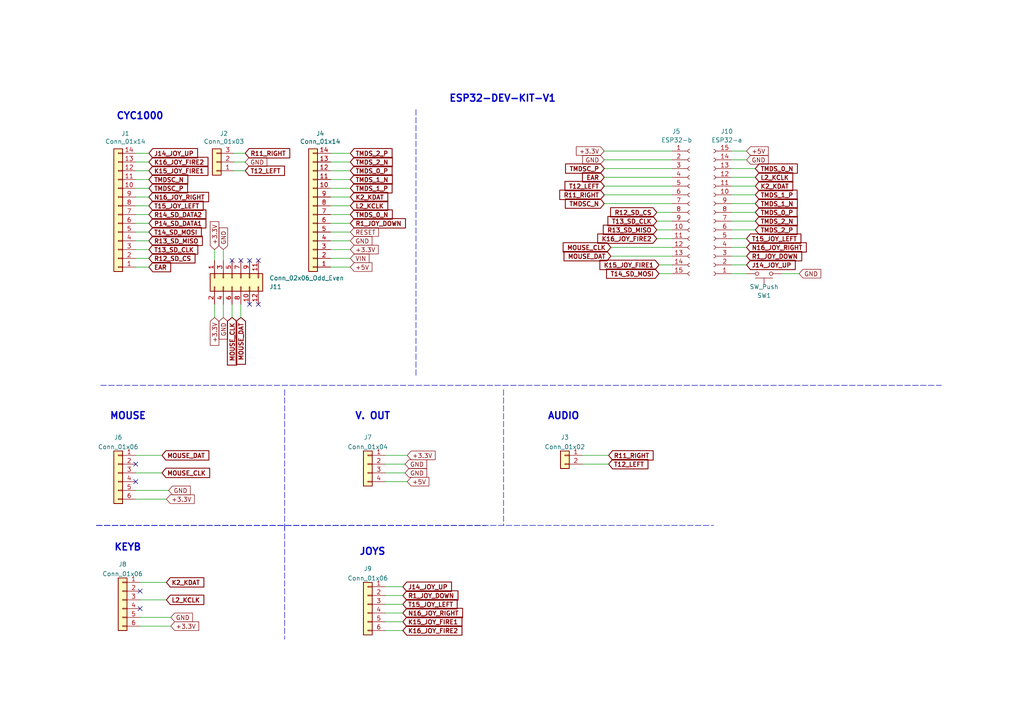
<source format=kicad_sch>
(kicad_sch (version 20211123) (generator eeschema)

  (uuid e63e39d7-6ac0-4ffd-8aa3-1841a4541b55)

  (paper "A4")

  (title_block
    (title "Atlas ESP32 DEV KIT V1 Adapter V0001")
    (date "2023-06-03")
    (rev "0001")
    (company "The Experiment Group")
    (comment 1 "LICENSE OHL CERN V2 S")
    (comment 2 "https://ohwr.org/cern_ohl_s_v2.txt")
  )

  (lib_symbols
    (symbol "Connector:Conn_01x15_Female" (pin_names (offset 1.016) hide) (in_bom yes) (on_board yes)
      (property "Reference" "J" (id 0) (at 0 20.32 0)
        (effects (font (size 1.27 1.27)))
      )
      (property "Value" "Conn_01x15_Female" (id 1) (at 0 -20.32 0)
        (effects (font (size 1.27 1.27)))
      )
      (property "Footprint" "" (id 2) (at 0 0 0)
        (effects (font (size 1.27 1.27)) hide)
      )
      (property "Datasheet" "~" (id 3) (at 0 0 0)
        (effects (font (size 1.27 1.27)) hide)
      )
      (property "ki_keywords" "connector" (id 4) (at 0 0 0)
        (effects (font (size 1.27 1.27)) hide)
      )
      (property "ki_description" "Generic connector, single row, 01x15, script generated (kicad-library-utils/schlib/autogen/connector/)" (id 5) (at 0 0 0)
        (effects (font (size 1.27 1.27)) hide)
      )
      (property "ki_fp_filters" "Connector*:*_1x??_*" (id 6) (at 0 0 0)
        (effects (font (size 1.27 1.27)) hide)
      )
      (symbol "Conn_01x15_Female_1_1"
        (arc (start 0 -17.272) (mid -0.508 -17.78) (end 0 -18.288)
          (stroke (width 0.1524) (type default) (color 0 0 0 0))
          (fill (type none))
        )
        (arc (start 0 -14.732) (mid -0.508 -15.24) (end 0 -15.748)
          (stroke (width 0.1524) (type default) (color 0 0 0 0))
          (fill (type none))
        )
        (arc (start 0 -12.192) (mid -0.508 -12.7) (end 0 -13.208)
          (stroke (width 0.1524) (type default) (color 0 0 0 0))
          (fill (type none))
        )
        (arc (start 0 -9.652) (mid -0.508 -10.16) (end 0 -10.668)
          (stroke (width 0.1524) (type default) (color 0 0 0 0))
          (fill (type none))
        )
        (arc (start 0 -7.112) (mid -0.508 -7.62) (end 0 -8.128)
          (stroke (width 0.1524) (type default) (color 0 0 0 0))
          (fill (type none))
        )
        (arc (start 0 -4.572) (mid -0.508 -5.08) (end 0 -5.588)
          (stroke (width 0.1524) (type default) (color 0 0 0 0))
          (fill (type none))
        )
        (arc (start 0 -2.032) (mid -0.508 -2.54) (end 0 -3.048)
          (stroke (width 0.1524) (type default) (color 0 0 0 0))
          (fill (type none))
        )
        (polyline
          (pts
            (xy -1.27 -17.78)
            (xy -0.508 -17.78)
          )
          (stroke (width 0.1524) (type default) (color 0 0 0 0))
          (fill (type none))
        )
        (polyline
          (pts
            (xy -1.27 -15.24)
            (xy -0.508 -15.24)
          )
          (stroke (width 0.1524) (type default) (color 0 0 0 0))
          (fill (type none))
        )
        (polyline
          (pts
            (xy -1.27 -12.7)
            (xy -0.508 -12.7)
          )
          (stroke (width 0.1524) (type default) (color 0 0 0 0))
          (fill (type none))
        )
        (polyline
          (pts
            (xy -1.27 -10.16)
            (xy -0.508 -10.16)
          )
          (stroke (width 0.1524) (type default) (color 0 0 0 0))
          (fill (type none))
        )
        (polyline
          (pts
            (xy -1.27 -7.62)
            (xy -0.508 -7.62)
          )
          (stroke (width 0.1524) (type default) (color 0 0 0 0))
          (fill (type none))
        )
        (polyline
          (pts
            (xy -1.27 -5.08)
            (xy -0.508 -5.08)
          )
          (stroke (width 0.1524) (type default) (color 0 0 0 0))
          (fill (type none))
        )
        (polyline
          (pts
            (xy -1.27 -2.54)
            (xy -0.508 -2.54)
          )
          (stroke (width 0.1524) (type default) (color 0 0 0 0))
          (fill (type none))
        )
        (polyline
          (pts
            (xy -1.27 0)
            (xy -0.508 0)
          )
          (stroke (width 0.1524) (type default) (color 0 0 0 0))
          (fill (type none))
        )
        (polyline
          (pts
            (xy -1.27 2.54)
            (xy -0.508 2.54)
          )
          (stroke (width 0.1524) (type default) (color 0 0 0 0))
          (fill (type none))
        )
        (polyline
          (pts
            (xy -1.27 5.08)
            (xy -0.508 5.08)
          )
          (stroke (width 0.1524) (type default) (color 0 0 0 0))
          (fill (type none))
        )
        (polyline
          (pts
            (xy -1.27 7.62)
            (xy -0.508 7.62)
          )
          (stroke (width 0.1524) (type default) (color 0 0 0 0))
          (fill (type none))
        )
        (polyline
          (pts
            (xy -1.27 10.16)
            (xy -0.508 10.16)
          )
          (stroke (width 0.1524) (type default) (color 0 0 0 0))
          (fill (type none))
        )
        (polyline
          (pts
            (xy -1.27 12.7)
            (xy -0.508 12.7)
          )
          (stroke (width 0.1524) (type default) (color 0 0 0 0))
          (fill (type none))
        )
        (polyline
          (pts
            (xy -1.27 15.24)
            (xy -0.508 15.24)
          )
          (stroke (width 0.1524) (type default) (color 0 0 0 0))
          (fill (type none))
        )
        (polyline
          (pts
            (xy -1.27 17.78)
            (xy -0.508 17.78)
          )
          (stroke (width 0.1524) (type default) (color 0 0 0 0))
          (fill (type none))
        )
        (arc (start 0 0.508) (mid -0.508 0) (end 0 -0.508)
          (stroke (width 0.1524) (type default) (color 0 0 0 0))
          (fill (type none))
        )
        (arc (start 0 3.048) (mid -0.508 2.54) (end 0 2.032)
          (stroke (width 0.1524) (type default) (color 0 0 0 0))
          (fill (type none))
        )
        (arc (start 0 5.588) (mid -0.508 5.08) (end 0 4.572)
          (stroke (width 0.1524) (type default) (color 0 0 0 0))
          (fill (type none))
        )
        (arc (start 0 8.128) (mid -0.508 7.62) (end 0 7.112)
          (stroke (width 0.1524) (type default) (color 0 0 0 0))
          (fill (type none))
        )
        (arc (start 0 10.668) (mid -0.508 10.16) (end 0 9.652)
          (stroke (width 0.1524) (type default) (color 0 0 0 0))
          (fill (type none))
        )
        (arc (start 0 13.208) (mid -0.508 12.7) (end 0 12.192)
          (stroke (width 0.1524) (type default) (color 0 0 0 0))
          (fill (type none))
        )
        (arc (start 0 15.748) (mid -0.508 15.24) (end 0 14.732)
          (stroke (width 0.1524) (type default) (color 0 0 0 0))
          (fill (type none))
        )
        (arc (start 0 18.288) (mid -0.508 17.78) (end 0 17.272)
          (stroke (width 0.1524) (type default) (color 0 0 0 0))
          (fill (type none))
        )
        (pin passive line (at -5.08 17.78 0) (length 3.81)
          (name "Pin_1" (effects (font (size 1.27 1.27))))
          (number "1" (effects (font (size 1.27 1.27))))
        )
        (pin passive line (at -5.08 -5.08 0) (length 3.81)
          (name "Pin_10" (effects (font (size 1.27 1.27))))
          (number "10" (effects (font (size 1.27 1.27))))
        )
        (pin passive line (at -5.08 -7.62 0) (length 3.81)
          (name "Pin_11" (effects (font (size 1.27 1.27))))
          (number "11" (effects (font (size 1.27 1.27))))
        )
        (pin passive line (at -5.08 -10.16 0) (length 3.81)
          (name "Pin_12" (effects (font (size 1.27 1.27))))
          (number "12" (effects (font (size 1.27 1.27))))
        )
        (pin passive line (at -5.08 -12.7 0) (length 3.81)
          (name "Pin_13" (effects (font (size 1.27 1.27))))
          (number "13" (effects (font (size 1.27 1.27))))
        )
        (pin passive line (at -5.08 -15.24 0) (length 3.81)
          (name "Pin_14" (effects (font (size 1.27 1.27))))
          (number "14" (effects (font (size 1.27 1.27))))
        )
        (pin passive line (at -5.08 -17.78 0) (length 3.81)
          (name "Pin_15" (effects (font (size 1.27 1.27))))
          (number "15" (effects (font (size 1.27 1.27))))
        )
        (pin passive line (at -5.08 15.24 0) (length 3.81)
          (name "Pin_2" (effects (font (size 1.27 1.27))))
          (number "2" (effects (font (size 1.27 1.27))))
        )
        (pin passive line (at -5.08 12.7 0) (length 3.81)
          (name "Pin_3" (effects (font (size 1.27 1.27))))
          (number "3" (effects (font (size 1.27 1.27))))
        )
        (pin passive line (at -5.08 10.16 0) (length 3.81)
          (name "Pin_4" (effects (font (size 1.27 1.27))))
          (number "4" (effects (font (size 1.27 1.27))))
        )
        (pin passive line (at -5.08 7.62 0) (length 3.81)
          (name "Pin_5" (effects (font (size 1.27 1.27))))
          (number "5" (effects (font (size 1.27 1.27))))
        )
        (pin passive line (at -5.08 5.08 0) (length 3.81)
          (name "Pin_6" (effects (font (size 1.27 1.27))))
          (number "6" (effects (font (size 1.27 1.27))))
        )
        (pin passive line (at -5.08 2.54 0) (length 3.81)
          (name "Pin_7" (effects (font (size 1.27 1.27))))
          (number "7" (effects (font (size 1.27 1.27))))
        )
        (pin passive line (at -5.08 0 0) (length 3.81)
          (name "Pin_8" (effects (font (size 1.27 1.27))))
          (number "8" (effects (font (size 1.27 1.27))))
        )
        (pin passive line (at -5.08 -2.54 0) (length 3.81)
          (name "Pin_9" (effects (font (size 1.27 1.27))))
          (number "9" (effects (font (size 1.27 1.27))))
        )
      )
    )
    (symbol "Connector_Generic:Conn_01x02" (pin_names (offset 1.016) hide) (in_bom yes) (on_board yes)
      (property "Reference" "J" (id 0) (at 0 2.54 0)
        (effects (font (size 1.27 1.27)))
      )
      (property "Value" "Conn_01x02" (id 1) (at 0 -5.08 0)
        (effects (font (size 1.27 1.27)))
      )
      (property "Footprint" "" (id 2) (at 0 0 0)
        (effects (font (size 1.27 1.27)) hide)
      )
      (property "Datasheet" "~" (id 3) (at 0 0 0)
        (effects (font (size 1.27 1.27)) hide)
      )
      (property "ki_keywords" "connector" (id 4) (at 0 0 0)
        (effects (font (size 1.27 1.27)) hide)
      )
      (property "ki_description" "Generic connector, single row, 01x02, script generated (kicad-library-utils/schlib/autogen/connector/)" (id 5) (at 0 0 0)
        (effects (font (size 1.27 1.27)) hide)
      )
      (property "ki_fp_filters" "Connector*:*_1x??_*" (id 6) (at 0 0 0)
        (effects (font (size 1.27 1.27)) hide)
      )
      (symbol "Conn_01x02_1_1"
        (rectangle (start -1.27 -2.413) (end 0 -2.667)
          (stroke (width 0.1524) (type default) (color 0 0 0 0))
          (fill (type none))
        )
        (rectangle (start -1.27 0.127) (end 0 -0.127)
          (stroke (width 0.1524) (type default) (color 0 0 0 0))
          (fill (type none))
        )
        (rectangle (start -1.27 1.27) (end 1.27 -3.81)
          (stroke (width 0.254) (type default) (color 0 0 0 0))
          (fill (type background))
        )
        (pin passive line (at -5.08 0 0) (length 3.81)
          (name "Pin_1" (effects (font (size 1.27 1.27))))
          (number "1" (effects (font (size 1.27 1.27))))
        )
        (pin passive line (at -5.08 -2.54 0) (length 3.81)
          (name "Pin_2" (effects (font (size 1.27 1.27))))
          (number "2" (effects (font (size 1.27 1.27))))
        )
      )
    )
    (symbol "Connector_Generic:Conn_01x03" (pin_names (offset 1.016) hide) (in_bom yes) (on_board yes)
      (property "Reference" "J" (id 0) (at 0 5.08 0)
        (effects (font (size 1.27 1.27)))
      )
      (property "Value" "Conn_01x03" (id 1) (at 0 -5.08 0)
        (effects (font (size 1.27 1.27)))
      )
      (property "Footprint" "" (id 2) (at 0 0 0)
        (effects (font (size 1.27 1.27)) hide)
      )
      (property "Datasheet" "~" (id 3) (at 0 0 0)
        (effects (font (size 1.27 1.27)) hide)
      )
      (property "ki_keywords" "connector" (id 4) (at 0 0 0)
        (effects (font (size 1.27 1.27)) hide)
      )
      (property "ki_description" "Generic connector, single row, 01x03, script generated (kicad-library-utils/schlib/autogen/connector/)" (id 5) (at 0 0 0)
        (effects (font (size 1.27 1.27)) hide)
      )
      (property "ki_fp_filters" "Connector*:*_1x??_*" (id 6) (at 0 0 0)
        (effects (font (size 1.27 1.27)) hide)
      )
      (symbol "Conn_01x03_1_1"
        (rectangle (start -1.27 -2.413) (end 0 -2.667)
          (stroke (width 0.1524) (type default) (color 0 0 0 0))
          (fill (type none))
        )
        (rectangle (start -1.27 0.127) (end 0 -0.127)
          (stroke (width 0.1524) (type default) (color 0 0 0 0))
          (fill (type none))
        )
        (rectangle (start -1.27 2.667) (end 0 2.413)
          (stroke (width 0.1524) (type default) (color 0 0 0 0))
          (fill (type none))
        )
        (rectangle (start -1.27 3.81) (end 1.27 -3.81)
          (stroke (width 0.254) (type default) (color 0 0 0 0))
          (fill (type background))
        )
        (pin passive line (at -5.08 2.54 0) (length 3.81)
          (name "Pin_1" (effects (font (size 1.27 1.27))))
          (number "1" (effects (font (size 1.27 1.27))))
        )
        (pin passive line (at -5.08 0 0) (length 3.81)
          (name "Pin_2" (effects (font (size 1.27 1.27))))
          (number "2" (effects (font (size 1.27 1.27))))
        )
        (pin passive line (at -5.08 -2.54 0) (length 3.81)
          (name "Pin_3" (effects (font (size 1.27 1.27))))
          (number "3" (effects (font (size 1.27 1.27))))
        )
      )
    )
    (symbol "Connector_Generic:Conn_01x04" (pin_names (offset 1.016) hide) (in_bom yes) (on_board yes)
      (property "Reference" "J" (id 0) (at 0 5.08 0)
        (effects (font (size 1.27 1.27)))
      )
      (property "Value" "Conn_01x04" (id 1) (at 0 -7.62 0)
        (effects (font (size 1.27 1.27)))
      )
      (property "Footprint" "" (id 2) (at 0 0 0)
        (effects (font (size 1.27 1.27)) hide)
      )
      (property "Datasheet" "~" (id 3) (at 0 0 0)
        (effects (font (size 1.27 1.27)) hide)
      )
      (property "ki_keywords" "connector" (id 4) (at 0 0 0)
        (effects (font (size 1.27 1.27)) hide)
      )
      (property "ki_description" "Generic connector, single row, 01x04, script generated (kicad-library-utils/schlib/autogen/connector/)" (id 5) (at 0 0 0)
        (effects (font (size 1.27 1.27)) hide)
      )
      (property "ki_fp_filters" "Connector*:*_1x??_*" (id 6) (at 0 0 0)
        (effects (font (size 1.27 1.27)) hide)
      )
      (symbol "Conn_01x04_1_1"
        (rectangle (start -1.27 -4.953) (end 0 -5.207)
          (stroke (width 0.1524) (type default) (color 0 0 0 0))
          (fill (type none))
        )
        (rectangle (start -1.27 -2.413) (end 0 -2.667)
          (stroke (width 0.1524) (type default) (color 0 0 0 0))
          (fill (type none))
        )
        (rectangle (start -1.27 0.127) (end 0 -0.127)
          (stroke (width 0.1524) (type default) (color 0 0 0 0))
          (fill (type none))
        )
        (rectangle (start -1.27 2.667) (end 0 2.413)
          (stroke (width 0.1524) (type default) (color 0 0 0 0))
          (fill (type none))
        )
        (rectangle (start -1.27 3.81) (end 1.27 -6.35)
          (stroke (width 0.254) (type default) (color 0 0 0 0))
          (fill (type background))
        )
        (pin passive line (at -5.08 2.54 0) (length 3.81)
          (name "Pin_1" (effects (font (size 1.27 1.27))))
          (number "1" (effects (font (size 1.27 1.27))))
        )
        (pin passive line (at -5.08 0 0) (length 3.81)
          (name "Pin_2" (effects (font (size 1.27 1.27))))
          (number "2" (effects (font (size 1.27 1.27))))
        )
        (pin passive line (at -5.08 -2.54 0) (length 3.81)
          (name "Pin_3" (effects (font (size 1.27 1.27))))
          (number "3" (effects (font (size 1.27 1.27))))
        )
        (pin passive line (at -5.08 -5.08 0) (length 3.81)
          (name "Pin_4" (effects (font (size 1.27 1.27))))
          (number "4" (effects (font (size 1.27 1.27))))
        )
      )
    )
    (symbol "Connector_Generic:Conn_01x06" (pin_names (offset 1.016) hide) (in_bom yes) (on_board yes)
      (property "Reference" "J" (id 0) (at 0 7.62 0)
        (effects (font (size 1.27 1.27)))
      )
      (property "Value" "Conn_01x06" (id 1) (at 0 -10.16 0)
        (effects (font (size 1.27 1.27)))
      )
      (property "Footprint" "" (id 2) (at 0 0 0)
        (effects (font (size 1.27 1.27)) hide)
      )
      (property "Datasheet" "~" (id 3) (at 0 0 0)
        (effects (font (size 1.27 1.27)) hide)
      )
      (property "ki_keywords" "connector" (id 4) (at 0 0 0)
        (effects (font (size 1.27 1.27)) hide)
      )
      (property "ki_description" "Generic connector, single row, 01x06, script generated (kicad-library-utils/schlib/autogen/connector/)" (id 5) (at 0 0 0)
        (effects (font (size 1.27 1.27)) hide)
      )
      (property "ki_fp_filters" "Connector*:*_1x??_*" (id 6) (at 0 0 0)
        (effects (font (size 1.27 1.27)) hide)
      )
      (symbol "Conn_01x06_1_1"
        (rectangle (start -1.27 -7.493) (end 0 -7.747)
          (stroke (width 0.1524) (type default) (color 0 0 0 0))
          (fill (type none))
        )
        (rectangle (start -1.27 -4.953) (end 0 -5.207)
          (stroke (width 0.1524) (type default) (color 0 0 0 0))
          (fill (type none))
        )
        (rectangle (start -1.27 -2.413) (end 0 -2.667)
          (stroke (width 0.1524) (type default) (color 0 0 0 0))
          (fill (type none))
        )
        (rectangle (start -1.27 0.127) (end 0 -0.127)
          (stroke (width 0.1524) (type default) (color 0 0 0 0))
          (fill (type none))
        )
        (rectangle (start -1.27 2.667) (end 0 2.413)
          (stroke (width 0.1524) (type default) (color 0 0 0 0))
          (fill (type none))
        )
        (rectangle (start -1.27 5.207) (end 0 4.953)
          (stroke (width 0.1524) (type default) (color 0 0 0 0))
          (fill (type none))
        )
        (rectangle (start -1.27 6.35) (end 1.27 -8.89)
          (stroke (width 0.254) (type default) (color 0 0 0 0))
          (fill (type background))
        )
        (pin passive line (at -5.08 5.08 0) (length 3.81)
          (name "Pin_1" (effects (font (size 1.27 1.27))))
          (number "1" (effects (font (size 1.27 1.27))))
        )
        (pin passive line (at -5.08 2.54 0) (length 3.81)
          (name "Pin_2" (effects (font (size 1.27 1.27))))
          (number "2" (effects (font (size 1.27 1.27))))
        )
        (pin passive line (at -5.08 0 0) (length 3.81)
          (name "Pin_3" (effects (font (size 1.27 1.27))))
          (number "3" (effects (font (size 1.27 1.27))))
        )
        (pin passive line (at -5.08 -2.54 0) (length 3.81)
          (name "Pin_4" (effects (font (size 1.27 1.27))))
          (number "4" (effects (font (size 1.27 1.27))))
        )
        (pin passive line (at -5.08 -5.08 0) (length 3.81)
          (name "Pin_5" (effects (font (size 1.27 1.27))))
          (number "5" (effects (font (size 1.27 1.27))))
        )
        (pin passive line (at -5.08 -7.62 0) (length 3.81)
          (name "Pin_6" (effects (font (size 1.27 1.27))))
          (number "6" (effects (font (size 1.27 1.27))))
        )
      )
    )
    (symbol "Connector_Generic:Conn_01x14" (pin_names (offset 1.016) hide) (in_bom yes) (on_board yes)
      (property "Reference" "J" (id 0) (at 0 17.78 0)
        (effects (font (size 1.27 1.27)))
      )
      (property "Value" "Conn_01x14" (id 1) (at 0 -20.32 0)
        (effects (font (size 1.27 1.27)))
      )
      (property "Footprint" "" (id 2) (at 0 0 0)
        (effects (font (size 1.27 1.27)) hide)
      )
      (property "Datasheet" "~" (id 3) (at 0 0 0)
        (effects (font (size 1.27 1.27)) hide)
      )
      (property "ki_keywords" "connector" (id 4) (at 0 0 0)
        (effects (font (size 1.27 1.27)) hide)
      )
      (property "ki_description" "Generic connector, single row, 01x14, script generated (kicad-library-utils/schlib/autogen/connector/)" (id 5) (at 0 0 0)
        (effects (font (size 1.27 1.27)) hide)
      )
      (property "ki_fp_filters" "Connector*:*_1x??_*" (id 6) (at 0 0 0)
        (effects (font (size 1.27 1.27)) hide)
      )
      (symbol "Conn_01x14_1_1"
        (rectangle (start -1.27 -17.653) (end 0 -17.907)
          (stroke (width 0.1524) (type default) (color 0 0 0 0))
          (fill (type none))
        )
        (rectangle (start -1.27 -15.113) (end 0 -15.367)
          (stroke (width 0.1524) (type default) (color 0 0 0 0))
          (fill (type none))
        )
        (rectangle (start -1.27 -12.573) (end 0 -12.827)
          (stroke (width 0.1524) (type default) (color 0 0 0 0))
          (fill (type none))
        )
        (rectangle (start -1.27 -10.033) (end 0 -10.287)
          (stroke (width 0.1524) (type default) (color 0 0 0 0))
          (fill (type none))
        )
        (rectangle (start -1.27 -7.493) (end 0 -7.747)
          (stroke (width 0.1524) (type default) (color 0 0 0 0))
          (fill (type none))
        )
        (rectangle (start -1.27 -4.953) (end 0 -5.207)
          (stroke (width 0.1524) (type default) (color 0 0 0 0))
          (fill (type none))
        )
        (rectangle (start -1.27 -2.413) (end 0 -2.667)
          (stroke (width 0.1524) (type default) (color 0 0 0 0))
          (fill (type none))
        )
        (rectangle (start -1.27 0.127) (end 0 -0.127)
          (stroke (width 0.1524) (type default) (color 0 0 0 0))
          (fill (type none))
        )
        (rectangle (start -1.27 2.667) (end 0 2.413)
          (stroke (width 0.1524) (type default) (color 0 0 0 0))
          (fill (type none))
        )
        (rectangle (start -1.27 5.207) (end 0 4.953)
          (stroke (width 0.1524) (type default) (color 0 0 0 0))
          (fill (type none))
        )
        (rectangle (start -1.27 7.747) (end 0 7.493)
          (stroke (width 0.1524) (type default) (color 0 0 0 0))
          (fill (type none))
        )
        (rectangle (start -1.27 10.287) (end 0 10.033)
          (stroke (width 0.1524) (type default) (color 0 0 0 0))
          (fill (type none))
        )
        (rectangle (start -1.27 12.827) (end 0 12.573)
          (stroke (width 0.1524) (type default) (color 0 0 0 0))
          (fill (type none))
        )
        (rectangle (start -1.27 15.367) (end 0 15.113)
          (stroke (width 0.1524) (type default) (color 0 0 0 0))
          (fill (type none))
        )
        (rectangle (start -1.27 16.51) (end 1.27 -19.05)
          (stroke (width 0.254) (type default) (color 0 0 0 0))
          (fill (type background))
        )
        (pin passive line (at -5.08 15.24 0) (length 3.81)
          (name "Pin_1" (effects (font (size 1.27 1.27))))
          (number "1" (effects (font (size 1.27 1.27))))
        )
        (pin passive line (at -5.08 -7.62 0) (length 3.81)
          (name "Pin_10" (effects (font (size 1.27 1.27))))
          (number "10" (effects (font (size 1.27 1.27))))
        )
        (pin passive line (at -5.08 -10.16 0) (length 3.81)
          (name "Pin_11" (effects (font (size 1.27 1.27))))
          (number "11" (effects (font (size 1.27 1.27))))
        )
        (pin passive line (at -5.08 -12.7 0) (length 3.81)
          (name "Pin_12" (effects (font (size 1.27 1.27))))
          (number "12" (effects (font (size 1.27 1.27))))
        )
        (pin passive line (at -5.08 -15.24 0) (length 3.81)
          (name "Pin_13" (effects (font (size 1.27 1.27))))
          (number "13" (effects (font (size 1.27 1.27))))
        )
        (pin passive line (at -5.08 -17.78 0) (length 3.81)
          (name "Pin_14" (effects (font (size 1.27 1.27))))
          (number "14" (effects (font (size 1.27 1.27))))
        )
        (pin passive line (at -5.08 12.7 0) (length 3.81)
          (name "Pin_2" (effects (font (size 1.27 1.27))))
          (number "2" (effects (font (size 1.27 1.27))))
        )
        (pin passive line (at -5.08 10.16 0) (length 3.81)
          (name "Pin_3" (effects (font (size 1.27 1.27))))
          (number "3" (effects (font (size 1.27 1.27))))
        )
        (pin passive line (at -5.08 7.62 0) (length 3.81)
          (name "Pin_4" (effects (font (size 1.27 1.27))))
          (number "4" (effects (font (size 1.27 1.27))))
        )
        (pin passive line (at -5.08 5.08 0) (length 3.81)
          (name "Pin_5" (effects (font (size 1.27 1.27))))
          (number "5" (effects (font (size 1.27 1.27))))
        )
        (pin passive line (at -5.08 2.54 0) (length 3.81)
          (name "Pin_6" (effects (font (size 1.27 1.27))))
          (number "6" (effects (font (size 1.27 1.27))))
        )
        (pin passive line (at -5.08 0 0) (length 3.81)
          (name "Pin_7" (effects (font (size 1.27 1.27))))
          (number "7" (effects (font (size 1.27 1.27))))
        )
        (pin passive line (at -5.08 -2.54 0) (length 3.81)
          (name "Pin_8" (effects (font (size 1.27 1.27))))
          (number "8" (effects (font (size 1.27 1.27))))
        )
        (pin passive line (at -5.08 -5.08 0) (length 3.81)
          (name "Pin_9" (effects (font (size 1.27 1.27))))
          (number "9" (effects (font (size 1.27 1.27))))
        )
      )
    )
    (symbol "Connector_Generic:Conn_02x06_Odd_Even" (pin_names (offset 1.016) hide) (in_bom yes) (on_board yes)
      (property "Reference" "J" (id 0) (at 1.27 7.62 0)
        (effects (font (size 1.27 1.27)))
      )
      (property "Value" "Conn_02x06_Odd_Even" (id 1) (at 1.27 -10.16 0)
        (effects (font (size 1.27 1.27)))
      )
      (property "Footprint" "" (id 2) (at 0 0 0)
        (effects (font (size 1.27 1.27)) hide)
      )
      (property "Datasheet" "~" (id 3) (at 0 0 0)
        (effects (font (size 1.27 1.27)) hide)
      )
      (property "ki_keywords" "connector" (id 4) (at 0 0 0)
        (effects (font (size 1.27 1.27)) hide)
      )
      (property "ki_description" "Generic connector, double row, 02x06, odd/even pin numbering scheme (row 1 odd numbers, row 2 even numbers), script generated (kicad-library-utils/schlib/autogen/connector/)" (id 5) (at 0 0 0)
        (effects (font (size 1.27 1.27)) hide)
      )
      (property "ki_fp_filters" "Connector*:*_2x??_*" (id 6) (at 0 0 0)
        (effects (font (size 1.27 1.27)) hide)
      )
      (symbol "Conn_02x06_Odd_Even_1_1"
        (rectangle (start -1.27 -7.493) (end 0 -7.747)
          (stroke (width 0.1524) (type default) (color 0 0 0 0))
          (fill (type none))
        )
        (rectangle (start -1.27 -4.953) (end 0 -5.207)
          (stroke (width 0.1524) (type default) (color 0 0 0 0))
          (fill (type none))
        )
        (rectangle (start -1.27 -2.413) (end 0 -2.667)
          (stroke (width 0.1524) (type default) (color 0 0 0 0))
          (fill (type none))
        )
        (rectangle (start -1.27 0.127) (end 0 -0.127)
          (stroke (width 0.1524) (type default) (color 0 0 0 0))
          (fill (type none))
        )
        (rectangle (start -1.27 2.667) (end 0 2.413)
          (stroke (width 0.1524) (type default) (color 0 0 0 0))
          (fill (type none))
        )
        (rectangle (start -1.27 5.207) (end 0 4.953)
          (stroke (width 0.1524) (type default) (color 0 0 0 0))
          (fill (type none))
        )
        (rectangle (start -1.27 6.35) (end 3.81 -8.89)
          (stroke (width 0.254) (type default) (color 0 0 0 0))
          (fill (type background))
        )
        (rectangle (start 3.81 -7.493) (end 2.54 -7.747)
          (stroke (width 0.1524) (type default) (color 0 0 0 0))
          (fill (type none))
        )
        (rectangle (start 3.81 -4.953) (end 2.54 -5.207)
          (stroke (width 0.1524) (type default) (color 0 0 0 0))
          (fill (type none))
        )
        (rectangle (start 3.81 -2.413) (end 2.54 -2.667)
          (stroke (width 0.1524) (type default) (color 0 0 0 0))
          (fill (type none))
        )
        (rectangle (start 3.81 0.127) (end 2.54 -0.127)
          (stroke (width 0.1524) (type default) (color 0 0 0 0))
          (fill (type none))
        )
        (rectangle (start 3.81 2.667) (end 2.54 2.413)
          (stroke (width 0.1524) (type default) (color 0 0 0 0))
          (fill (type none))
        )
        (rectangle (start 3.81 5.207) (end 2.54 4.953)
          (stroke (width 0.1524) (type default) (color 0 0 0 0))
          (fill (type none))
        )
        (pin passive line (at -5.08 5.08 0) (length 3.81)
          (name "Pin_1" (effects (font (size 1.27 1.27))))
          (number "1" (effects (font (size 1.27 1.27))))
        )
        (pin passive line (at 7.62 -5.08 180) (length 3.81)
          (name "Pin_10" (effects (font (size 1.27 1.27))))
          (number "10" (effects (font (size 1.27 1.27))))
        )
        (pin passive line (at -5.08 -7.62 0) (length 3.81)
          (name "Pin_11" (effects (font (size 1.27 1.27))))
          (number "11" (effects (font (size 1.27 1.27))))
        )
        (pin passive line (at 7.62 -7.62 180) (length 3.81)
          (name "Pin_12" (effects (font (size 1.27 1.27))))
          (number "12" (effects (font (size 1.27 1.27))))
        )
        (pin passive line (at 7.62 5.08 180) (length 3.81)
          (name "Pin_2" (effects (font (size 1.27 1.27))))
          (number "2" (effects (font (size 1.27 1.27))))
        )
        (pin passive line (at -5.08 2.54 0) (length 3.81)
          (name "Pin_3" (effects (font (size 1.27 1.27))))
          (number "3" (effects (font (size 1.27 1.27))))
        )
        (pin passive line (at 7.62 2.54 180) (length 3.81)
          (name "Pin_4" (effects (font (size 1.27 1.27))))
          (number "4" (effects (font (size 1.27 1.27))))
        )
        (pin passive line (at -5.08 0 0) (length 3.81)
          (name "Pin_5" (effects (font (size 1.27 1.27))))
          (number "5" (effects (font (size 1.27 1.27))))
        )
        (pin passive line (at 7.62 0 180) (length 3.81)
          (name "Pin_6" (effects (font (size 1.27 1.27))))
          (number "6" (effects (font (size 1.27 1.27))))
        )
        (pin passive line (at -5.08 -2.54 0) (length 3.81)
          (name "Pin_7" (effects (font (size 1.27 1.27))))
          (number "7" (effects (font (size 1.27 1.27))))
        )
        (pin passive line (at 7.62 -2.54 180) (length 3.81)
          (name "Pin_8" (effects (font (size 1.27 1.27))))
          (number "8" (effects (font (size 1.27 1.27))))
        )
        (pin passive line (at -5.08 -5.08 0) (length 3.81)
          (name "Pin_9" (effects (font (size 1.27 1.27))))
          (number "9" (effects (font (size 1.27 1.27))))
        )
      )
    )
    (symbol "Switch:SW_Push" (pin_numbers hide) (pin_names (offset 1.016) hide) (in_bom yes) (on_board yes)
      (property "Reference" "SW" (id 0) (at 1.27 2.54 0)
        (effects (font (size 1.27 1.27)) (justify left))
      )
      (property "Value" "SW_Push" (id 1) (at 0 -1.524 0)
        (effects (font (size 1.27 1.27)))
      )
      (property "Footprint" "" (id 2) (at 0 5.08 0)
        (effects (font (size 1.27 1.27)) hide)
      )
      (property "Datasheet" "~" (id 3) (at 0 5.08 0)
        (effects (font (size 1.27 1.27)) hide)
      )
      (property "ki_keywords" "switch normally-open pushbutton push-button" (id 4) (at 0 0 0)
        (effects (font (size 1.27 1.27)) hide)
      )
      (property "ki_description" "Push button switch, generic, two pins" (id 5) (at 0 0 0)
        (effects (font (size 1.27 1.27)) hide)
      )
      (symbol "SW_Push_0_1"
        (circle (center -2.032 0) (radius 0.508)
          (stroke (width 0) (type default) (color 0 0 0 0))
          (fill (type none))
        )
        (polyline
          (pts
            (xy 0 1.27)
            (xy 0 3.048)
          )
          (stroke (width 0) (type default) (color 0 0 0 0))
          (fill (type none))
        )
        (polyline
          (pts
            (xy 2.54 1.27)
            (xy -2.54 1.27)
          )
          (stroke (width 0) (type default) (color 0 0 0 0))
          (fill (type none))
        )
        (circle (center 2.032 0) (radius 0.508)
          (stroke (width 0) (type default) (color 0 0 0 0))
          (fill (type none))
        )
        (pin passive line (at -5.08 0 0) (length 2.54)
          (name "1" (effects (font (size 1.27 1.27))))
          (number "1" (effects (font (size 1.27 1.27))))
        )
        (pin passive line (at 5.08 0 180) (length 2.54)
          (name "2" (effects (font (size 1.27 1.27))))
          (number "2" (effects (font (size 1.27 1.27))))
        )
      )
    )
  )


  (no_connect (at 72.39 88.265) (uuid 111502d3-bc4d-4c1c-8080-dca0e817f1c9))
  (no_connect (at 67.31 75.565) (uuid 253c03d4-f5f3-4d96-a1f6-25a3192db621))
  (no_connect (at 72.39 75.565) (uuid 4984d990-bf68-45fe-a1e7-29a427c19cd1))
  (no_connect (at 39.37 134.62) (uuid 6b9cdc51-fb41-43d3-89ed-207c225d9a4d))
  (no_connect (at 39.37 139.7) (uuid 6b9cdc51-fb41-43d3-89ed-207c225d9a4e))
  (no_connect (at 74.93 88.265) (uuid 8e190700-09f3-425d-b8b0-1e01b71238a4))
  (no_connect (at 40.64 171.45) (uuid a23b33eb-dec5-42a0-a954-7af99bc992ed))
  (no_connect (at 74.93 75.565) (uuid d4fc3f49-7257-4a58-a468-feb94ddbf5cc))
  (no_connect (at 69.85 75.565) (uuid d91c0830-751b-4673-954e-a68ebe38cd04))
  (no_connect (at 40.64 176.53) (uuid dbc440e0-a6ca-4845-8268-64fd301b902d))

  (wire (pts (xy 190.5 66.675) (xy 194.945 66.675))
    (stroke (width 0) (type default) (color 0 0 0 0))
    (uuid 00c06e1f-e39d-48bb-a0ab-3092128a438d)
  )
  (wire (pts (xy 101.6 74.93) (xy 95.885 74.93))
    (stroke (width 0) (type default) (color 0 0 0 0))
    (uuid 038e9792-bbbd-4d6a-ad41-0356a4fa93a7)
  )
  (wire (pts (xy 175.26 51.435) (xy 194.945 51.435))
    (stroke (width 0) (type default) (color 0 0 0 0))
    (uuid 09d12ea9-b9e2-4a19-88a4-1275264559ae)
  )
  (wire (pts (xy 43.18 72.39) (xy 39.37 72.39))
    (stroke (width 0) (type default) (color 0 0 0 0))
    (uuid 0a0fd5be-e7b2-43ae-9195-9d5873c1bab6)
  )
  (wire (pts (xy 219.075 56.515) (xy 212.09 56.515))
    (stroke (width 0) (type default) (color 0 0 0 0))
    (uuid 0dabea4f-68d2-4f7e-a724-f66293d5f6ed)
  )
  (wire (pts (xy 111.76 139.7) (xy 118.11 139.7))
    (stroke (width 0) (type default) (color 0 0 0 0))
    (uuid 103b1e01-3d39-4a78-967b-eefba89244a8)
  )
  (wire (pts (xy 40.64 181.61) (xy 49.53 181.61))
    (stroke (width 0) (type default) (color 0 0 0 0))
    (uuid 1071197f-2a7a-4b35-82fa-f82de863eebe)
  )
  (wire (pts (xy 219.075 51.435) (xy 212.09 51.435))
    (stroke (width 0) (type default) (color 0 0 0 0))
    (uuid 11b23d43-8011-4cc9-b5fd-d9aaeaf16137)
  )
  (wire (pts (xy 175.26 53.975) (xy 194.945 53.975))
    (stroke (width 0) (type default) (color 0 0 0 0))
    (uuid 17f74b06-3a81-4a59-9caf-4dbfbaf47bc5)
  )
  (wire (pts (xy 39.37 67.31) (xy 43.18 67.31))
    (stroke (width 0) (type default) (color 0 0 0 0))
    (uuid 18ea3245-215a-4186-bfd3-103d2b826964)
  )
  (wire (pts (xy 219.075 59.055) (xy 212.09 59.055))
    (stroke (width 0) (type default) (color 0 0 0 0))
    (uuid 1b58a837-0b64-475a-b23c-dd814c9ec9a8)
  )
  (wire (pts (xy 219.075 53.975) (xy 212.09 53.975))
    (stroke (width 0) (type default) (color 0 0 0 0))
    (uuid 21e11c51-515a-4d19-b852-de086cffb3a8)
  )
  (wire (pts (xy 175.26 48.895) (xy 194.945 48.895))
    (stroke (width 0) (type default) (color 0 0 0 0))
    (uuid 2757aef7-8120-4457-b9f0-f642318a03f6)
  )
  (wire (pts (xy 95.885 46.99) (xy 101.6 46.99))
    (stroke (width 0) (type default) (color 0 0 0 0))
    (uuid 2a87db75-06c1-42be-8ebe-b406cb7d5e92)
  )
  (wire (pts (xy 190.5 64.135) (xy 194.945 64.135))
    (stroke (width 0) (type default) (color 0 0 0 0))
    (uuid 2b238fd0-52a1-4260-a763-abe45e6b6e68)
  )
  (wire (pts (xy 39.37 44.45) (xy 43.18 44.45))
    (stroke (width 0) (type default) (color 0 0 0 0))
    (uuid 2b9d82dc-960e-4ccd-884e-5d8ee0b642eb)
  )
  (wire (pts (xy 39.37 57.15) (xy 43.18 57.15))
    (stroke (width 0) (type default) (color 0 0 0 0))
    (uuid 2bfa8f8d-cc33-4fca-be0b-891466c4dc5e)
  )
  (wire (pts (xy 95.885 54.61) (xy 101.6 54.61))
    (stroke (width 0) (type default) (color 0 0 0 0))
    (uuid 2dcff979-8e88-4387-9cce-d89792aa9b6b)
  )
  (wire (pts (xy 111.76 170.18) (xy 116.84 170.18))
    (stroke (width 0) (type default) (color 0 0 0 0))
    (uuid 2e2660b3-5efc-40b2-b674-ddba59c846e3)
  )
  (wire (pts (xy 39.37 74.93) (xy 43.18 74.93))
    (stroke (width 0) (type default) (color 0 0 0 0))
    (uuid 316d1ce4-a05b-435e-9135-3983d49264ca)
  )
  (wire (pts (xy 40.64 168.91) (xy 48.26 168.91))
    (stroke (width 0) (type default) (color 0 0 0 0))
    (uuid 32481892-a448-4b23-9b38-1037047254b4)
  )
  (wire (pts (xy 177.165 71.755) (xy 194.945 71.755))
    (stroke (width 0) (type default) (color 0 0 0 0))
    (uuid 363f5ff1-d6ce-4c38-92a4-7e0361f51377)
  )
  (wire (pts (xy 95.885 52.07) (xy 101.6 52.07))
    (stroke (width 0) (type default) (color 0 0 0 0))
    (uuid 367c86df-c904-4b5a-911a-b1928e1c33ea)
  )
  (wire (pts (xy 111.76 172.72) (xy 116.84 172.72))
    (stroke (width 0) (type default) (color 0 0 0 0))
    (uuid 3734a74d-04d2-4c4c-a336-885671673714)
  )
  (wire (pts (xy 190.5 69.215) (xy 194.945 69.215))
    (stroke (width 0) (type default) (color 0 0 0 0))
    (uuid 382abaaf-6f71-40b4-b5a1-931e70944f66)
  )
  (wire (pts (xy 219.075 61.595) (xy 212.09 61.595))
    (stroke (width 0) (type default) (color 0 0 0 0))
    (uuid 3bf8c1b0-0671-4fe2-8267-59d0cb860b54)
  )
  (wire (pts (xy 95.885 44.45) (xy 101.6 44.45))
    (stroke (width 0) (type default) (color 0 0 0 0))
    (uuid 4373d9c4-82aa-4cac-b73d-946ee27a0b2d)
  )
  (polyline (pts (xy 146.05 113.03) (xy 146.05 152.4))
    (stroke (width 0) (type default) (color 0 0 0 0))
    (uuid 458f4e9e-6e80-48df-947f-f1c98493ccda)
  )

  (wire (pts (xy 95.885 59.69) (xy 101.6 59.69))
    (stroke (width 0) (type default) (color 0 0 0 0))
    (uuid 471665be-aad0-41d8-8ecf-9c7fdb131f1d)
  )
  (wire (pts (xy 111.76 182.88) (xy 116.84 182.88))
    (stroke (width 0) (type default) (color 0 0 0 0))
    (uuid 48275b40-b544-44dd-830f-6aae35378b04)
  )
  (wire (pts (xy 111.76 132.08) (xy 118.11 132.08))
    (stroke (width 0) (type default) (color 0 0 0 0))
    (uuid 4b8c8ee6-ceb1-4d24-9562-8656f955fdbd)
  )
  (wire (pts (xy 175.26 56.515) (xy 194.945 56.515))
    (stroke (width 0) (type default) (color 0 0 0 0))
    (uuid 4b972a96-bcd5-4be7-a4bf-d46b7702cfae)
  )
  (wire (pts (xy 216.535 74.295) (xy 212.09 74.295))
    (stroke (width 0) (type default) (color 0 0 0 0))
    (uuid 51518157-cbb0-4ea8-a982-c56cd795cb40)
  )
  (wire (pts (xy 95.885 64.77) (xy 101.6 64.77))
    (stroke (width 0) (type default) (color 0 0 0 0))
    (uuid 5a2fda27-7909-4f86-b4b4-d7ab024d7128)
  )
  (wire (pts (xy 95.885 77.47) (xy 101.6 77.47))
    (stroke (width 0) (type default) (color 0 0 0 0))
    (uuid 5ac1148b-bb0a-459c-ad6e-b0b4fa0db0e2)
  )
  (wire (pts (xy 67.945 49.53) (xy 71.12 49.53))
    (stroke (width 0) (type default) (color 0 0 0 0))
    (uuid 5b1c366c-a9d0-4d82-9e05-a07c5a4e2ef7)
  )
  (polyline (pts (xy 27.94 152.4) (xy 140.97 152.4))
    (stroke (width 0) (type default) (color 0 0 0 0))
    (uuid 5f670bb5-8cc8-455b-8eb9-50a540eb8350)
  )

  (wire (pts (xy 111.76 177.8) (xy 116.84 177.8))
    (stroke (width 0) (type default) (color 0 0 0 0))
    (uuid 63f8506c-1818-43ed-813e-e88d7bc1f701)
  )
  (wire (pts (xy 39.37 77.47) (xy 43.18 77.47))
    (stroke (width 0) (type default) (color 0 0 0 0))
    (uuid 6808be3b-445c-41cd-a59b-d445c1208ea1)
  )
  (wire (pts (xy 216.535 43.815) (xy 212.09 43.815))
    (stroke (width 0) (type default) (color 0 0 0 0))
    (uuid 6c7a4e3a-5a39-490e-b7f4-f8a0ac800ff2)
  )
  (polyline (pts (xy 27.94 152.4) (xy 207.01 152.4))
    (stroke (width 0) (type default) (color 0 0 0 0))
    (uuid 6c7fc692-9aaa-4b83-bcc8-05a1d5ae1277)
  )
  (polyline (pts (xy 29.21 111.76) (xy 273.05 111.76))
    (stroke (width 0) (type default) (color 0 0 0 0))
    (uuid 6ddee5d3-a80e-4f2a-b8ce-792cb0e8ebb6)
  )

  (wire (pts (xy 95.885 62.23) (xy 101.6 62.23))
    (stroke (width 0) (type default) (color 0 0 0 0))
    (uuid 6f55a87b-8763-4833-8edc-7075b8c11144)
  )
  (polyline (pts (xy 82.55 113.03) (xy 82.55 153.67))
    (stroke (width 0) (type default) (color 0 0 0 0))
    (uuid 6f7a176e-7b10-45e2-9f0d-a3d8df94ae7a)
  )
  (polyline (pts (xy 82.55 152.4) (xy 82.55 185.42))
    (stroke (width 0) (type default) (color 0 0 0 0))
    (uuid 6fa519fc-fac9-4462-bbc5-6c021d6b9d6c)
  )

  (wire (pts (xy 216.535 76.835) (xy 212.09 76.835))
    (stroke (width 0) (type default) (color 0 0 0 0))
    (uuid 73fcacee-4f10-47a2-aef3-ece056fabf0b)
  )
  (wire (pts (xy 216.535 69.215) (xy 212.09 69.215))
    (stroke (width 0) (type default) (color 0 0 0 0))
    (uuid 74d0c098-ae57-4541-a575-fc183a8ff951)
  )
  (wire (pts (xy 39.37 132.08) (xy 46.99 132.08))
    (stroke (width 0) (type default) (color 0 0 0 0))
    (uuid 76752e48-a448-4dca-84c8-1c4d0d9d956d)
  )
  (wire (pts (xy 219.075 48.895) (xy 212.09 48.895))
    (stroke (width 0) (type default) (color 0 0 0 0))
    (uuid 77274de8-08a7-45ac-baa8-73845f408e33)
  )
  (wire (pts (xy 49.53 179.07) (xy 40.64 179.07))
    (stroke (width 0) (type default) (color 0 0 0 0))
    (uuid 7b369902-fc22-418e-b8bd-a1eeb827ea1a)
  )
  (wire (pts (xy 95.885 49.53) (xy 101.6 49.53))
    (stroke (width 0) (type default) (color 0 0 0 0))
    (uuid 7bcd28f6-599e-4b4b-887c-2d913c3b8148)
  )
  (wire (pts (xy 40.64 173.99) (xy 48.26 173.99))
    (stroke (width 0) (type default) (color 0 0 0 0))
    (uuid 7d0d365f-8d26-4c2b-800d-168f8eb4fea8)
  )
  (wire (pts (xy 216.535 79.375) (xy 212.09 79.375))
    (stroke (width 0) (type default) (color 0 0 0 0))
    (uuid 7e4829fb-7dd8-4019-bf50-0900efb543ef)
  )
  (wire (pts (xy 168.91 132.08) (xy 176.53 132.08))
    (stroke (width 0) (type default) (color 0 0 0 0))
    (uuid 7ea8ae72-1d00-4492-ac1f-164ac5c323c2)
  )
  (wire (pts (xy 111.76 180.34) (xy 116.84 180.34))
    (stroke (width 0) (type default) (color 0 0 0 0))
    (uuid 7f344de6-20da-4e69-80cf-22ae8d6b3c03)
  )
  (wire (pts (xy 69.85 88.265) (xy 69.85 92.075))
    (stroke (width 0) (type default) (color 0 0 0 0))
    (uuid 7f612bc8-23f3-42e6-856b-bb15d95ba0cd)
  )
  (wire (pts (xy 175.26 46.355) (xy 194.945 46.355))
    (stroke (width 0) (type default) (color 0 0 0 0))
    (uuid 80ed2444-14bb-41ba-ade9-9f40645273c7)
  )
  (wire (pts (xy 43.18 69.85) (xy 39.37 69.85))
    (stroke (width 0) (type default) (color 0 0 0 0))
    (uuid 8606b0d8-3007-467b-bbcc-cd90d302faf3)
  )
  (polyline (pts (xy 120.65 31.75) (xy 120.65 109.22))
    (stroke (width 0) (type default) (color 0 0 0 0))
    (uuid 86db6d16-8857-4b4f-8aa8-004022b1c93a)
  )

  (wire (pts (xy 62.23 72.39) (xy 62.23 75.565))
    (stroke (width 0) (type default) (color 0 0 0 0))
    (uuid 89a33d33-3e29-477a-b49e-30f9199eb0b0)
  )
  (wire (pts (xy 177.165 74.295) (xy 194.945 74.295))
    (stroke (width 0) (type default) (color 0 0 0 0))
    (uuid 9a3f97fd-608c-4f52-bafd-82734de8d550)
  )
  (wire (pts (xy 39.37 62.23) (xy 43.18 62.23))
    (stroke (width 0) (type default) (color 0 0 0 0))
    (uuid 9b73c618-953a-4d86-bb06-25881e91fe42)
  )
  (wire (pts (xy 219.075 66.675) (xy 212.09 66.675))
    (stroke (width 0) (type default) (color 0 0 0 0))
    (uuid 9d860e01-96be-4809-bbeb-cf0de71d0301)
  )
  (wire (pts (xy 226.695 79.375) (xy 231.775 79.375))
    (stroke (width 0) (type default) (color 0 0 0 0))
    (uuid a1b48c98-955d-4061-8021-2d701a8ad2f3)
  )
  (wire (pts (xy 175.26 43.815) (xy 194.945 43.815))
    (stroke (width 0) (type default) (color 0 0 0 0))
    (uuid a26367c8-1820-4417-b467-027407170506)
  )
  (wire (pts (xy 117.475 137.16) (xy 111.76 137.16))
    (stroke (width 0) (type default) (color 0 0 0 0))
    (uuid ade7372d-7059-4728-9690-7091b29205c4)
  )
  (wire (pts (xy 39.37 137.16) (xy 46.99 137.16))
    (stroke (width 0) (type default) (color 0 0 0 0))
    (uuid af384b37-0d3e-4773-8aa7-c84ea245fb91)
  )
  (wire (pts (xy 71.12 46.99) (xy 67.945 46.99))
    (stroke (width 0) (type default) (color 0 0 0 0))
    (uuid b5d4fcf0-7698-41dc-888f-0d590587ee38)
  )
  (wire (pts (xy 101.6 69.85) (xy 95.885 69.85))
    (stroke (width 0) (type default) (color 0 0 0 0))
    (uuid bc01e319-ae97-4c94-848e-146f0b6ff3f6)
  )
  (wire (pts (xy 190.5 61.595) (xy 194.945 61.595))
    (stroke (width 0) (type default) (color 0 0 0 0))
    (uuid bc42aacd-c9eb-470d-a60f-34dc21151489)
  )
  (wire (pts (xy 191.135 76.835) (xy 194.945 76.835))
    (stroke (width 0) (type default) (color 0 0 0 0))
    (uuid c2c01efa-9939-49d9-a36c-c16fc243ebd3)
  )
  (wire (pts (xy 43.18 64.77) (xy 39.37 64.77))
    (stroke (width 0) (type default) (color 0 0 0 0))
    (uuid c3137a48-f0ed-425a-8950-1b3b801573be)
  )
  (wire (pts (xy 67.945 44.45) (xy 71.12 44.45))
    (stroke (width 0) (type default) (color 0 0 0 0))
    (uuid c39f9536-e31c-4b63-91f7-dce7a3df64d0)
  )
  (wire (pts (xy 219.075 64.135) (xy 212.09 64.135))
    (stroke (width 0) (type default) (color 0 0 0 0))
    (uuid c44e7158-5453-41f3-8fbc-a68596453bef)
  )
  (wire (pts (xy 48.895 142.24) (xy 39.37 142.24))
    (stroke (width 0) (type default) (color 0 0 0 0))
    (uuid c4587db5-37e2-4ef5-992e-e4120048443f)
  )
  (wire (pts (xy 168.91 134.62) (xy 176.53 134.62))
    (stroke (width 0) (type default) (color 0 0 0 0))
    (uuid c7b8455f-1620-40ec-8bb3-5dcaade71f17)
  )
  (wire (pts (xy 64.77 92.075) (xy 64.77 88.265))
    (stroke (width 0) (type default) (color 0 0 0 0))
    (uuid ceb047a1-23de-4083-9405-bf7d9ad3b460)
  )
  (wire (pts (xy 39.37 54.61) (xy 43.18 54.61))
    (stroke (width 0) (type default) (color 0 0 0 0))
    (uuid d35d45d7-c2cf-424c-b81e-b94d0bf31e08)
  )
  (wire (pts (xy 95.885 67.31) (xy 101.6 67.31))
    (stroke (width 0) (type default) (color 0 0 0 0))
    (uuid d5f7dfce-1639-4838-98b9-48a4e04a7873)
  )
  (wire (pts (xy 191.135 79.375) (xy 194.945 79.375))
    (stroke (width 0) (type default) (color 0 0 0 0))
    (uuid d6d19114-1bc0-406d-a583-cecd9ebaed79)
  )
  (wire (pts (xy 62.23 92.075) (xy 62.23 88.265))
    (stroke (width 0) (type default) (color 0 0 0 0))
    (uuid d6d93690-de40-4706-845a-84f06ee07562)
  )
  (wire (pts (xy 39.37 144.78) (xy 48.26 144.78))
    (stroke (width 0) (type default) (color 0 0 0 0))
    (uuid d803dee4-2f70-4c55-be7c-684086c372ca)
  )
  (wire (pts (xy 117.475 134.62) (xy 111.76 134.62))
    (stroke (width 0) (type default) (color 0 0 0 0))
    (uuid dd5e6b0d-5224-4e81-9233-2aece599c7eb)
  )
  (wire (pts (xy 39.37 52.07) (xy 43.18 52.07))
    (stroke (width 0) (type default) (color 0 0 0 0))
    (uuid e82ebb99-a6b9-48fa-9aa1-331985f42c93)
  )
  (wire (pts (xy 39.37 46.99) (xy 43.18 46.99))
    (stroke (width 0) (type default) (color 0 0 0 0))
    (uuid e86c5d55-d68b-4073-965d-7dcc52c79353)
  )
  (wire (pts (xy 95.885 57.15) (xy 101.6 57.15))
    (stroke (width 0) (type default) (color 0 0 0 0))
    (uuid e88004f0-d08d-4eca-ae1b-3c03340172f8)
  )
  (wire (pts (xy 39.37 49.53) (xy 43.18 49.53))
    (stroke (width 0) (type default) (color 0 0 0 0))
    (uuid ebb6575a-9052-4459-a1ad-76552ccc3f00)
  )
  (wire (pts (xy 95.885 72.39) (xy 101.6 72.39))
    (stroke (width 0) (type default) (color 0 0 0 0))
    (uuid ef0cc654-a079-4860-8b50-a457516d6bb2)
  )
  (wire (pts (xy 39.37 59.69) (xy 43.18 59.69))
    (stroke (width 0) (type default) (color 0 0 0 0))
    (uuid f01b3c23-82ba-47f2-9d13-6dc40a6ed6cc)
  )
  (wire (pts (xy 216.535 71.755) (xy 212.09 71.755))
    (stroke (width 0) (type default) (color 0 0 0 0))
    (uuid f28d7643-dddf-4836-8e23-176c9cab4f2c)
  )
  (wire (pts (xy 216.535 46.355) (xy 212.09 46.355))
    (stroke (width 0) (type default) (color 0 0 0 0))
    (uuid f5511ae9-6e34-4790-87f3-71addcccdeba)
  )
  (wire (pts (xy 64.77 72.39) (xy 64.77 75.565))
    (stroke (width 0) (type default) (color 0 0 0 0))
    (uuid f959e9c6-5724-4f38-b2d5-eb75253159dd)
  )
  (wire (pts (xy 111.76 175.26) (xy 116.84 175.26))
    (stroke (width 0) (type default) (color 0 0 0 0))
    (uuid fabe51a3-19da-4295-81f8-fdc3889ac725)
  )
  (wire (pts (xy 175.26 59.055) (xy 194.945 59.055))
    (stroke (width 0) (type default) (color 0 0 0 0))
    (uuid fc9ff3af-b693-436f-9e09-3b46826fa654)
  )
  (wire (pts (xy 67.31 92.075) (xy 67.31 88.265))
    (stroke (width 0) (type default) (color 0 0 0 0))
    (uuid fe67003c-067c-4304-83c5-5e4333f40fc0)
  )

  (text "MOUSE" (at 31.75 121.92 0)
    (effects (font (size 2.0066 2.0066) (thickness 0.4013) bold) (justify left bottom))
    (uuid 0a4048c7-624d-4fa3-ba3c-7ff3245e1912)
  )
  (text "CYC1000" (at 33.655 34.925 0)
    (effects (font (size 2.0066 2.0066) (thickness 0.4013) bold) (justify left bottom))
    (uuid 18794377-ee1b-428c-9558-1650a3c90ad2)
  )
  (text "AUDIO" (at 158.75 121.92 0)
    (effects (font (size 2.0066 2.0066) (thickness 0.4013) bold) (justify left bottom))
    (uuid 23242365-50ae-48d5-a9aa-0a0daf0a0c7b)
  )
  (text "KEYB" (at 33.02 160.02 0)
    (effects (font (size 2.0066 2.0066) (thickness 0.4013) bold) (justify left bottom))
    (uuid 460fbcf1-3e76-49f5-896e-a964f863b2bc)
  )
  (text "JOYS" (at 104.14 161.29 0)
    (effects (font (size 2.0066 2.0066) (thickness 0.4013) bold) (justify left bottom))
    (uuid 85cde129-289d-4158-845f-997340f77ff5)
  )
  (text "ESP32-DEV-KIT-V1\n" (at 130.175 29.845 0)
    (effects (font (size 2.0066 2.0066) (thickness 0.4013) bold) (justify left bottom))
    (uuid 9fde634b-ce50-4c6f-b6c8-d04bdc133a02)
  )
  (text "V. OUT" (at 102.87 121.92 0)
    (effects (font (size 2.0066 2.0066) (thickness 0.4013) bold) (justify left bottom))
    (uuid f9135800-400e-4c0f-b8ef-39cd4c7532ee)
  )

  (global_label "R13_SD_MISO" (shape input) (at 43.18 69.85 0) (fields_autoplaced)
    (effects (font (size 1.27 1.27) (thickness 0.254) bold) (justify left))
    (uuid 004ddc1b-89bc-4bb9-81f0-fc90a1d5faef)
    (property "Intersheet References" "${INTERSHEET_REFS}" (id 0) (at 12.065 12.065 0)
      (effects (font (size 1.27 1.27)) hide)
    )
  )
  (global_label "TMDS_0_N" (shape input) (at 219.075 48.895 0) (fields_autoplaced)
    (effects (font (size 1.27 1.27) (thickness 0.254) bold) (justify left))
    (uuid 0323236d-02c2-4519-810b-868d4109cb21)
    (property "Intersheet References" "${INTERSHEET_REFS}" (id 0) (at 101.6 -1.27 0)
      (effects (font (size 1.27 1.27)) hide)
    )
  )
  (global_label "R1_JOY_DOWN" (shape input) (at 116.84 172.72 0) (fields_autoplaced)
    (effects (font (size 1.27 1.27) (thickness 0.254) bold) (justify left))
    (uuid 0441f25d-a2b7-4ef8-89f8-fdf406c0b88f)
    (property "Intersheet References" "${INTERSHEET_REFS}" (id 0) (at -0.635 225.425 0)
      (effects (font (size 1.27 1.27)) hide)
    )
  )
  (global_label "T15_JOY_LEFT" (shape input) (at 116.84 175.26 0) (fields_autoplaced)
    (effects (font (size 1.27 1.27) (thickness 0.254) bold) (justify left))
    (uuid 0582e48c-4c4b-48c0-95e5-2b2a1e39d8be)
    (property "Intersheet References" "${INTERSHEET_REFS}" (id 0) (at 85.725 222.885 0)
      (effects (font (size 1.27 1.27)) hide)
    )
  )
  (global_label "+5V" (shape input) (at 216.535 43.815 0) (fields_autoplaced)
    (effects (font (size 1.27 1.27)) (justify left))
    (uuid 05aa1b06-390a-4d04-a60b-254814fd17bc)
    (property "Intersheet References" "${INTERSHEET_REFS}" (id 0) (at 222.8186 43.7356 0)
      (effects (font (size 1.27 1.27)) (justify left) hide)
    )
  )
  (global_label "T14_SD_MOSI" (shape input) (at 43.18 67.31 0) (fields_autoplaced)
    (effects (font (size 1.27 1.27) (thickness 0.254) bold) (justify left))
    (uuid 05dfeb29-650e-4ed2-94c7-8863543ca180)
    (property "Intersheet References" "${INTERSHEET_REFS}" (id 0) (at 12.065 12.065 0)
      (effects (font (size 1.27 1.27)) hide)
    )
  )
  (global_label "TMDSC_N" (shape input) (at 43.18 52.07 0) (fields_autoplaced)
    (effects (font (size 1.27 1.27) (thickness 0.254) bold) (justify left))
    (uuid 06e5f2ba-84df-4214-b7b2-f6087176c398)
    (property "Intersheet References" "${INTERSHEET_REFS}" (id 0) (at 12.065 12.065 0)
      (effects (font (size 1.27 1.27)) hide)
    )
  )
  (global_label "TMDS_1_N" (shape input) (at 101.6 52.07 0) (fields_autoplaced)
    (effects (font (size 1.27 1.27) (thickness 0.254) bold) (justify left))
    (uuid 0b234bf0-be58-4562-8577-137e46c866fb)
    (property "Intersheet References" "${INTERSHEET_REFS}" (id 0) (at -15.875 12.065 0)
      (effects (font (size 1.27 1.27)) hide)
    )
  )
  (global_label "TMDSC_P" (shape input) (at 175.26 48.895 180) (fields_autoplaced)
    (effects (font (size 1.27 1.27) (thickness 0.254) bold) (justify right))
    (uuid 0c3f6d31-93e6-4b00-abe8-83364c3c63cd)
    (property "Intersheet References" "${INTERSHEET_REFS}" (id 0) (at 206.375 91.44 0)
      (effects (font (size 1.27 1.27)) hide)
    )
  )
  (global_label "T12_LEFT" (shape input) (at 176.53 134.62 0) (fields_autoplaced)
    (effects (font (size 1.27 1.27) (thickness 0.254) bold) (justify left))
    (uuid 0c5077f5-be2e-453a-bb38-f09b0f188ba5)
    (property "Intersheet References" "${INTERSHEET_REFS}" (id 0) (at 117.475 97.155 0)
      (effects (font (size 1.27 1.27)) hide)
    )
  )
  (global_label "R1_JOY_DOWN" (shape input) (at 101.6 64.77 0) (fields_autoplaced)
    (effects (font (size 1.27 1.27) (thickness 0.254) bold) (justify left))
    (uuid 0e25c370-3b33-4524-8c54-6f42f3ac0141)
    (property "Intersheet References" "${INTERSHEET_REFS}" (id 0) (at -15.875 12.065 0)
      (effects (font (size 1.27 1.27)) hide)
    )
  )
  (global_label "+5V" (shape input) (at 101.6 77.47 0) (fields_autoplaced)
    (effects (font (size 1.27 1.27)) (justify left))
    (uuid 11a65561-2ec4-44d9-af2f-288e2c63cc19)
    (property "Intersheet References" "${INTERSHEET_REFS}" (id 0) (at -15.875 12.065 0)
      (effects (font (size 1.27 1.27)) hide)
    )
  )
  (global_label "TMDS_1_N" (shape input) (at 219.075 59.055 0) (fields_autoplaced)
    (effects (font (size 1.27 1.27) (thickness 0.254) bold) (justify left))
    (uuid 1c6871e2-6fd1-49e7-a5bf-e973f1848099)
    (property "Intersheet References" "${INTERSHEET_REFS}" (id 0) (at 101.6 19.05 0)
      (effects (font (size 1.27 1.27)) hide)
    )
  )
  (global_label "MOUSE_CLK" (shape input) (at 177.165 71.755 180) (fields_autoplaced)
    (effects (font (size 1.27 1.27) (thickness 0.254) bold) (justify right))
    (uuid 2205407c-a53e-4bd3-9565-de0a36c286a9)
    (property "Intersheet References" "${INTERSHEET_REFS}" (id 0) (at 163.5548 71.882 0)
      (effects (font (size 1.27 1.27) (thickness 0.254) bold) (justify right) hide)
    )
  )
  (global_label "L2_KCLK" (shape input) (at 48.26 173.99 0) (fields_autoplaced)
    (effects (font (size 1.27 1.27) (thickness 0.254) bold) (justify left))
    (uuid 25a84988-190c-46b3-be3b-509f20c519c6)
    (property "Intersheet References" "${INTERSHEET_REFS}" (id 0) (at -69.215 126.365 0)
      (effects (font (size 1.27 1.27)) hide)
    )
  )
  (global_label "K15_JOY_FIRE1" (shape input) (at 43.18 49.53 0) (fields_autoplaced)
    (effects (font (size 1.27 1.27) (thickness 0.254) bold) (justify left))
    (uuid 2ce92ac6-89d1-4dc9-9f6e-478036d3fc82)
    (property "Intersheet References" "${INTERSHEET_REFS}" (id 0) (at 12.065 12.065 0)
      (effects (font (size 1.27 1.27)) hide)
    )
  )
  (global_label "GND" (shape input) (at 117.475 134.62 0) (fields_autoplaced)
    (effects (font (size 1.27 1.27)) (justify left))
    (uuid 2fe82747-c3ed-4483-ae8e-18fded7d7360)
    (property "Intersheet References" "${INTERSHEET_REFS}" (id 0) (at 123.7586 134.5406 0)
      (effects (font (size 1.27 1.27)) (justify left) hide)
    )
  )
  (global_label "TMDSC_N" (shape input) (at 175.26 59.055 180) (fields_autoplaced)
    (effects (font (size 1.27 1.27) (thickness 0.254) bold) (justify right))
    (uuid 30bcfc8b-228c-4b20-bd30-46be5d4f9615)
    (property "Intersheet References" "${INTERSHEET_REFS}" (id 0) (at 206.375 99.06 0)
      (effects (font (size 1.27 1.27)) hide)
    )
  )
  (global_label "TMDS_1_P" (shape input) (at 101.6 54.61 0) (fields_autoplaced)
    (effects (font (size 1.27 1.27) (thickness 0.254) bold) (justify left))
    (uuid 324ee9e5-49ee-4fd7-bd7a-ab7bfc05e2ed)
    (property "Intersheet References" "${INTERSHEET_REFS}" (id 0) (at -15.875 12.065 0)
      (effects (font (size 1.27 1.27)) hide)
    )
  )
  (global_label "R12_SD_CS" (shape input) (at 43.18 74.93 0) (fields_autoplaced)
    (effects (font (size 1.27 1.27) (thickness 0.254) bold) (justify left))
    (uuid 34871305-6e40-4a06-a583-0b4e83aff295)
    (property "Intersheet References" "${INTERSHEET_REFS}" (id 0) (at 12.065 12.065 0)
      (effects (font (size 1.27 1.27)) hide)
    )
  )
  (global_label "EAR" (shape input) (at 43.18 77.47 0) (fields_autoplaced)
    (effects (font (size 1.27 1.27) (thickness 0.254) bold) (justify left))
    (uuid 39c6d445-1bf4-43e5-a17e-104b525fa1ea)
    (property "Intersheet References" "${INTERSHEET_REFS}" (id 0) (at 12.065 12.065 0)
      (effects (font (size 1.27 1.27)) hide)
    )
  )
  (global_label "K2_KDAT" (shape input) (at 48.26 168.91 0) (fields_autoplaced)
    (effects (font (size 1.27 1.27) (thickness 0.254) bold) (justify left))
    (uuid 3cbabc8a-98d3-4e8b-87e2-a7aaca6897e2)
    (property "Intersheet References" "${INTERSHEET_REFS}" (id 0) (at -69.215 123.825 0)
      (effects (font (size 1.27 1.27)) hide)
    )
  )
  (global_label "TMDS_2_N" (shape input) (at 219.075 64.135 0) (fields_autoplaced)
    (effects (font (size 1.27 1.27) (thickness 0.254) bold) (justify left))
    (uuid 3e0cabe7-2a6e-4aae-a795-35bd1b9a29ce)
    (property "Intersheet References" "${INTERSHEET_REFS}" (id 0) (at 101.6 29.21 0)
      (effects (font (size 1.27 1.27)) hide)
    )
  )
  (global_label "R1_JOY_DOWN" (shape input) (at 216.535 74.295 0) (fields_autoplaced)
    (effects (font (size 1.27 1.27) (thickness 0.254) bold) (justify left))
    (uuid 3e4d94ad-e378-42ef-bcd7-c7ce39e3b3ca)
    (property "Intersheet References" "${INTERSHEET_REFS}" (id 0) (at 99.06 21.59 0)
      (effects (font (size 1.27 1.27)) hide)
    )
  )
  (global_label "R11_RIGHT" (shape input) (at 176.53 132.08 0) (fields_autoplaced)
    (effects (font (size 1.27 1.27) (thickness 0.254) bold) (justify left))
    (uuid 4128681e-7652-4bc7-8b25-9641fc50e245)
    (property "Intersheet References" "${INTERSHEET_REFS}" (id 0) (at 117.475 99.695 0)
      (effects (font (size 1.27 1.27)) hide)
    )
  )
  (global_label "GND" (shape input) (at 48.895 142.24 0) (fields_autoplaced)
    (effects (font (size 1.27 1.27)) (justify left))
    (uuid 42547a72-9b5f-4c7e-b55d-22fff7d794b8)
    (property "Intersheet References" "${INTERSHEET_REFS}" (id 0) (at 55.1786 142.1606 0)
      (effects (font (size 1.27 1.27)) (justify left) hide)
    )
  )
  (global_label "GND" (shape input) (at 117.475 137.16 0) (fields_autoplaced)
    (effects (font (size 1.27 1.27)) (justify left))
    (uuid 42cfb739-231c-40c6-b8a9-fee65d2973d8)
    (property "Intersheet References" "${INTERSHEET_REFS}" (id 0) (at 123.7586 137.0806 0)
      (effects (font (size 1.27 1.27)) (justify left) hide)
    )
  )
  (global_label "TMDS_0_P" (shape input) (at 101.6 49.53 0) (fields_autoplaced)
    (effects (font (size 1.27 1.27) (thickness 0.254) bold) (justify left))
    (uuid 45c0d24a-899d-45a8-9179-f4f0cb6e4bdc)
    (property "Intersheet References" "${INTERSHEET_REFS}" (id 0) (at -15.875 12.065 0)
      (effects (font (size 1.27 1.27)) hide)
    )
  )
  (global_label "K16_JOY_FIRE2" (shape input) (at 43.18 46.99 0) (fields_autoplaced)
    (effects (font (size 1.27 1.27) (thickness 0.254) bold) (justify left))
    (uuid 47137ae1-6e37-474c-a18c-7434b2cf6e64)
    (property "Intersheet References" "${INTERSHEET_REFS}" (id 0) (at 12.065 12.065 0)
      (effects (font (size 1.27 1.27)) hide)
    )
  )
  (global_label "GND" (shape input) (at 64.77 92.075 270) (fields_autoplaced)
    (effects (font (size 1.27 1.27)) (justify right))
    (uuid 4ba6fcf5-8af7-44dd-9726-579564c65c46)
    (property "Intersheet References" "${INTERSHEET_REFS}" (id 0) (at 64.6906 98.3586 90)
      (effects (font (size 1.27 1.27)) (justify right) hide)
    )
  )
  (global_label "+3.3V" (shape input) (at 175.26 43.815 180) (fields_autoplaced)
    (effects (font (size 1.27 1.27)) (justify right))
    (uuid 50d8d80f-b8bf-4f40-aa71-e9a15df665a6)
    (property "Intersheet References" "${INTERSHEET_REFS}" (id 0) (at 167.1621 43.8944 0)
      (effects (font (size 1.27 1.27)) (justify right) hide)
    )
  )
  (global_label "T12_LEFT" (shape input) (at 175.26 53.975 180) (fields_autoplaced)
    (effects (font (size 1.27 1.27) (thickness 0.254) bold) (justify right))
    (uuid 553a401e-fc53-456a-8258-d28ca9f11bc7)
    (property "Intersheet References" "${INTERSHEET_REFS}" (id 0) (at 234.315 91.44 0)
      (effects (font (size 1.27 1.27)) hide)
    )
  )
  (global_label "GND" (shape input) (at 49.53 179.07 0) (fields_autoplaced)
    (effects (font (size 1.27 1.27)) (justify left))
    (uuid 554032d6-9100-449c-adc6-990634a09f2b)
    (property "Intersheet References" "${INTERSHEET_REFS}" (id 0) (at 55.8136 178.9906 0)
      (effects (font (size 1.27 1.27)) (justify left) hide)
    )
  )
  (global_label "N16_JOY_RIGHT" (shape input) (at 43.18 57.15 0) (fields_autoplaced)
    (effects (font (size 1.27 1.27) (thickness 0.254) bold) (justify left))
    (uuid 5564f3cc-b04a-437f-873b-97d96d365b24)
    (property "Intersheet References" "${INTERSHEET_REFS}" (id 0) (at 12.065 12.065 0)
      (effects (font (size 1.27 1.27)) hide)
    )
  )
  (global_label "T12_LEFT" (shape input) (at 71.12 49.53 0) (fields_autoplaced)
    (effects (font (size 1.27 1.27) (thickness 0.254) bold) (justify left))
    (uuid 5b939979-83f4-492c-9866-1d110eaa3f6d)
    (property "Intersheet References" "${INTERSHEET_REFS}" (id 0) (at 12.065 12.065 0)
      (effects (font (size 1.27 1.27)) hide)
    )
  )
  (global_label "K2_KDAT" (shape input) (at 219.075 53.975 0) (fields_autoplaced)
    (effects (font (size 1.27 1.27) (thickness 0.254) bold) (justify left))
    (uuid 625185ba-e777-4617-9360-7c67df1f749a)
    (property "Intersheet References" "${INTERSHEET_REFS}" (id 0) (at 101.6 8.89 0)
      (effects (font (size 1.27 1.27)) hide)
    )
  )
  (global_label "R11_RIGHT" (shape input) (at 175.26 56.515 180) (fields_autoplaced)
    (effects (font (size 1.27 1.27) (thickness 0.254) bold) (justify right))
    (uuid 63d253cf-4b20-455c-a90b-badfd168b473)
    (property "Intersheet References" "${INTERSHEET_REFS}" (id 0) (at 234.315 88.9 0)
      (effects (font (size 1.27 1.27)) hide)
    )
  )
  (global_label "T13_SD_CLK" (shape input) (at 43.18 72.39 0) (fields_autoplaced)
    (effects (font (size 1.27 1.27) (thickness 0.254) bold) (justify left))
    (uuid 64713cb1-5833-4312-a762-7f112cc431b6)
    (property "Intersheet References" "${INTERSHEET_REFS}" (id 0) (at 12.065 12.065 0)
      (effects (font (size 1.27 1.27)) hide)
    )
  )
  (global_label "MOUSE_CLK" (shape input) (at 46.99 137.16 0) (fields_autoplaced)
    (effects (font (size 1.27 1.27) (thickness 0.254) bold) (justify left))
    (uuid 6bf8f8d4-e77b-4bb7-9078-3071842e669c)
    (property "Intersheet References" "${INTERSHEET_REFS}" (id 0) (at 60.6002 137.033 0)
      (effects (font (size 1.27 1.27) (thickness 0.254) bold) (justify left) hide)
    )
  )
  (global_label "P14_SD_DATA1" (shape input) (at 43.18 64.77 0) (fields_autoplaced)
    (effects (font (size 1.27 1.27) (thickness 0.254) bold) (justify left))
    (uuid 6c79a9cd-fb14-4078-8d39-42e5a14de4d2)
    (property "Intersheet References" "${INTERSHEET_REFS}" (id 0) (at 12.065 12.065 0)
      (effects (font (size 1.27 1.27)) hide)
    )
  )
  (global_label "L2_KCLK" (shape input) (at 219.075 51.435 0) (fields_autoplaced)
    (effects (font (size 1.27 1.27) (thickness 0.254) bold) (justify left))
    (uuid 70bc3aa0-d405-4e0c-b34c-e89bcb7c717a)
    (property "Intersheet References" "${INTERSHEET_REFS}" (id 0) (at 101.6 3.81 0)
      (effects (font (size 1.27 1.27)) hide)
    )
  )
  (global_label "+3.3V" (shape input) (at 48.26 144.78 0) (fields_autoplaced)
    (effects (font (size 1.27 1.27)) (justify left))
    (uuid 75806d5c-12a7-41be-a63f-61aa3efaeb77)
    (property "Intersheet References" "${INTERSHEET_REFS}" (id 0) (at -69.215 84.455 0)
      (effects (font (size 1.27 1.27)) hide)
    )
  )
  (global_label "+3.3V" (shape input) (at 49.53 181.61 0) (fields_autoplaced)
    (effects (font (size 1.27 1.27)) (justify left))
    (uuid 76ce4b65-9aec-4dcb-b908-9d878636ceec)
    (property "Intersheet References" "${INTERSHEET_REFS}" (id 0) (at -67.945 121.285 0)
      (effects (font (size 1.27 1.27)) hide)
    )
  )
  (global_label "EAR" (shape input) (at 175.26 51.435 180) (fields_autoplaced)
    (effects (font (size 1.27 1.27) (thickness 0.254) bold) (justify right))
    (uuid 7b03a9ef-04c7-4f71-aadd-6f66560c6937)
    (property "Intersheet References" "${INTERSHEET_REFS}" (id 0) (at 206.375 116.84 0)
      (effects (font (size 1.27 1.27)) hide)
    )
  )
  (global_label "+3.3V" (shape input) (at 101.6 72.39 0) (fields_autoplaced)
    (effects (font (size 1.27 1.27)) (justify left))
    (uuid 7c399e77-6ac9-401c-bc55-83c542b43225)
    (property "Intersheet References" "${INTERSHEET_REFS}" (id 0) (at -15.875 12.065 0)
      (effects (font (size 1.27 1.27)) hide)
    )
  )
  (global_label "K15_JOY_FIRE1" (shape input) (at 191.135 76.835 180) (fields_autoplaced)
    (effects (font (size 1.27 1.27) (thickness 0.254) bold) (justify right))
    (uuid 7c633187-5b7f-46d6-83ef-767ac3f4c2ee)
    (property "Intersheet References" "${INTERSHEET_REFS}" (id 0) (at 222.25 114.3 0)
      (effects (font (size 1.27 1.27)) hide)
    )
  )
  (global_label "R13_SD_MISO" (shape input) (at 190.5 66.675 180) (fields_autoplaced)
    (effects (font (size 1.27 1.27) (thickness 0.254) bold) (justify right))
    (uuid 7d75aabb-9894-4f8e-97bf-be569486f7f7)
    (property "Intersheet References" "${INTERSHEET_REFS}" (id 0) (at 221.615 124.46 0)
      (effects (font (size 1.27 1.27)) hide)
    )
  )
  (global_label "+3.3V" (shape input) (at 118.11 132.08 0) (fields_autoplaced)
    (effects (font (size 1.27 1.27)) (justify left))
    (uuid 7f3e5328-02e7-497b-bcc2-3c96f5c2bcf5)
    (property "Intersheet References" "${INTERSHEET_REFS}" (id 0) (at 0.635 71.755 0)
      (effects (font (size 1.27 1.27)) hide)
    )
  )
  (global_label "+5V" (shape input) (at 118.11 139.7 0) (fields_autoplaced)
    (effects (font (size 1.27 1.27)) (justify left))
    (uuid 8033b0c1-e761-431d-8ef0-28b98d951929)
    (property "Intersheet References" "${INTERSHEET_REFS}" (id 0) (at 0.635 74.295 0)
      (effects (font (size 1.27 1.27)) hide)
    )
  )
  (global_label "T15_JOY_LEFT" (shape input) (at 216.535 69.215 0) (fields_autoplaced)
    (effects (font (size 1.27 1.27) (thickness 0.254) bold) (justify left))
    (uuid 861ba5bf-bf21-42ee-94dd-bb76f64199b7)
    (property "Intersheet References" "${INTERSHEET_REFS}" (id 0) (at 185.42 21.59 0)
      (effects (font (size 1.27 1.27)) hide)
    )
  )
  (global_label "VIN" (shape input) (at 101.6 74.93 0) (fields_autoplaced)
    (effects (font (size 1.27 1.27)) (justify left))
    (uuid 8a2b8fdd-148f-4f3d-98b1-7213f4b81143)
    (property "Intersheet References" "${INTERSHEET_REFS}" (id 0) (at -15.875 12.065 0)
      (effects (font (size 1.27 1.27)) hide)
    )
  )
  (global_label "T14_SD_MOSI" (shape input) (at 191.135 79.375 180) (fields_autoplaced)
    (effects (font (size 1.27 1.27) (thickness 0.254) bold) (justify right))
    (uuid 8ebba346-9fe3-43b6-9e0b-81e352824aa6)
    (property "Intersheet References" "${INTERSHEET_REFS}" (id 0) (at 222.25 134.62 0)
      (effects (font (size 1.27 1.27)) hide)
    )
  )
  (global_label "TMDS_2_P" (shape input) (at 101.6 44.45 0) (fields_autoplaced)
    (effects (font (size 1.27 1.27) (thickness 0.254) bold) (justify left))
    (uuid 8ee0cc30-c0f4-457b-9ec5-93fb71ef0aa1)
    (property "Intersheet References" "${INTERSHEET_REFS}" (id 0) (at -15.875 12.065 0)
      (effects (font (size 1.27 1.27)) hide)
    )
  )
  (global_label "GND" (shape input) (at 101.6 69.85 0) (fields_autoplaced)
    (effects (font (size 1.27 1.27)) (justify left))
    (uuid 915d394a-6eb9-4a6a-8248-71f61a81f0f8)
    (property "Intersheet References" "${INTERSHEET_REFS}" (id 0) (at 107.8836 69.7706 0)
      (effects (font (size 1.27 1.27)) (justify left) hide)
    )
  )
  (global_label "GND" (shape input) (at 71.12 46.99 0) (fields_autoplaced)
    (effects (font (size 1.27 1.27)) (justify left))
    (uuid 95e91771-f9a8-47bb-bdf6-3f36395f1e8d)
    (property "Intersheet References" "${INTERSHEET_REFS}" (id 0) (at 77.4036 46.9106 0)
      (effects (font (size 1.27 1.27)) (justify left) hide)
    )
  )
  (global_label "TMDS_1_P" (shape input) (at 219.075 56.515 0) (fields_autoplaced)
    (effects (font (size 1.27 1.27) (thickness 0.254) bold) (justify left))
    (uuid 96c15667-03fe-4f24-9ccf-19b7cb51e7c0)
    (property "Intersheet References" "${INTERSHEET_REFS}" (id 0) (at 101.6 13.97 0)
      (effects (font (size 1.27 1.27)) hide)
    )
  )
  (global_label "J14_JOY_UP" (shape input) (at 216.535 76.835 0) (fields_autoplaced)
    (effects (font (size 1.27 1.27) (thickness 0.254) bold) (justify left))
    (uuid 99f6a49a-c427-4bb4-a26f-d48ef6bbc199)
    (property "Intersheet References" "${INTERSHEET_REFS}" (id 0) (at 185.42 44.45 0)
      (effects (font (size 1.27 1.27)) hide)
    )
  )
  (global_label "N16_JOY_RIGHT" (shape input) (at 116.84 177.8 0) (fields_autoplaced)
    (effects (font (size 1.27 1.27) (thickness 0.254) bold) (justify left))
    (uuid 9f31c3b0-91a0-49e7-ae91-e4717640f10a)
    (property "Intersheet References" "${INTERSHEET_REFS}" (id 0) (at 85.725 222.885 0)
      (effects (font (size 1.27 1.27)) hide)
    )
  )
  (global_label "TMDS_2_N" (shape input) (at 101.6 46.99 0) (fields_autoplaced)
    (effects (font (size 1.27 1.27) (thickness 0.254) bold) (justify left))
    (uuid a22c1fb7-8715-487c-821c-69e66c161956)
    (property "Intersheet References" "${INTERSHEET_REFS}" (id 0) (at -15.875 12.065 0)
      (effects (font (size 1.27 1.27)) hide)
    )
  )
  (global_label "GND" (shape input) (at 175.26 46.355 180) (fields_autoplaced)
    (effects (font (size 1.27 1.27)) (justify right))
    (uuid a62afc18-e4fe-44f1-8e0c-7ccc53d2c8bf)
    (property "Intersheet References" "${INTERSHEET_REFS}" (id 0) (at 168.9764 46.4344 0)
      (effects (font (size 1.27 1.27)) (justify right) hide)
    )
  )
  (global_label "K15_JOY_FIRE1" (shape input) (at 116.84 180.34 0) (fields_autoplaced)
    (effects (font (size 1.27 1.27) (thickness 0.254) bold) (justify left))
    (uuid a724088b-13fa-432a-b66b-aa48d4c19c84)
    (property "Intersheet References" "${INTERSHEET_REFS}" (id 0) (at 85.725 217.805 0)
      (effects (font (size 1.27 1.27)) hide)
    )
  )
  (global_label "RESET" (shape input) (at 101.6 67.31 0) (fields_autoplaced)
    (effects (font (size 1.27 1.27)) (justify left))
    (uuid a7a7b8f6-7e66-43ef-863c-6ee151829075)
    (property "Intersheet References" "${INTERSHEET_REFS}" (id 0) (at -15.875 12.065 0)
      (effects (font (size 1.27 1.27)) hide)
    )
  )
  (global_label "L2_KCLK" (shape input) (at 101.6 59.69 0) (fields_autoplaced)
    (effects (font (size 1.27 1.27) (thickness 0.254) bold) (justify left))
    (uuid b127cdd2-34c3-48a5-b6b1-4554e51b506e)
    (property "Intersheet References" "${INTERSHEET_REFS}" (id 0) (at -15.875 12.065 0)
      (effects (font (size 1.27 1.27)) hide)
    )
  )
  (global_label "K2_KDAT" (shape input) (at 101.6 57.15 0) (fields_autoplaced)
    (effects (font (size 1.27 1.27) (thickness 0.254) bold) (justify left))
    (uuid b504edec-bb5c-44dd-a419-c8a1b70e2bb4)
    (property "Intersheet References" "${INTERSHEET_REFS}" (id 0) (at -15.875 12.065 0)
      (effects (font (size 1.27 1.27)) hide)
    )
  )
  (global_label "GND" (shape input) (at 216.535 46.355 0) (fields_autoplaced)
    (effects (font (size 1.27 1.27)) (justify left))
    (uuid b675b9a5-d1b0-40d0-8c1b-93ccc5d1ea3d)
    (property "Intersheet References" "${INTERSHEET_REFS}" (id 0) (at 222.8186 46.2756 0)
      (effects (font (size 1.27 1.27)) (justify left) hide)
    )
  )
  (global_label "MOUSE_CLK" (shape input) (at 67.31 92.075 270) (fields_autoplaced)
    (effects (font (size 1.27 1.27) (thickness 0.254) bold) (justify right))
    (uuid b7a693de-9501-4ad6-a5b7-60c35d11a140)
    (property "Intersheet References" "${INTERSHEET_REFS}" (id 0) (at 67.183 105.6852 90)
      (effects (font (size 1.27 1.27) (thickness 0.254) bold) (justify right) hide)
    )
  )
  (global_label "MOUSE_DAT" (shape input) (at 177.165 74.295 180) (fields_autoplaced)
    (effects (font (size 1.27 1.27) (thickness 0.254) bold) (justify right))
    (uuid bb24eeb8-137a-43b4-aca2-d7a4ab50dd65)
    (property "Intersheet References" "${INTERSHEET_REFS}" (id 0) (at 163.7967 74.422 0)
      (effects (font (size 1.27 1.27) (thickness 0.254) bold) (justify right) hide)
    )
  )
  (global_label "R14_SD_DATA2" (shape input) (at 43.18 62.23 0) (fields_autoplaced)
    (effects (font (size 1.27 1.27) (thickness 0.254) bold) (justify left))
    (uuid bc1fdf0b-50c5-4074-9e63-2a036f703f42)
    (property "Intersheet References" "${INTERSHEET_REFS}" (id 0) (at 12.065 12.065 0)
      (effects (font (size 1.27 1.27)) hide)
    )
  )
  (global_label "K16_JOY_FIRE2" (shape input) (at 190.5 69.215 180) (fields_autoplaced)
    (effects (font (size 1.27 1.27) (thickness 0.254) bold) (justify right))
    (uuid bc6997db-ec17-4865-82ee-587ac6cd09bd)
    (property "Intersheet References" "${INTERSHEET_REFS}" (id 0) (at 221.615 104.14 0)
      (effects (font (size 1.27 1.27)) hide)
    )
  )
  (global_label "MOUSE_DAT" (shape input) (at 46.99 132.08 0) (fields_autoplaced)
    (effects (font (size 1.27 1.27) (thickness 0.254) bold) (justify left))
    (uuid c32d3453-4d9b-4421-baac-444d5173d229)
    (property "Intersheet References" "${INTERSHEET_REFS}" (id 0) (at 60.3583 131.953 0)
      (effects (font (size 1.27 1.27) (thickness 0.254) bold) (justify left) hide)
    )
  )
  (global_label "GND" (shape input) (at 231.775 79.375 0) (fields_autoplaced)
    (effects (font (size 1.27 1.27)) (justify left))
    (uuid c69b34de-0527-4ddd-8ccc-552c934a401b)
    (property "Intersheet References" "${INTERSHEET_REFS}" (id 0) (at 238.0586 79.2956 0)
      (effects (font (size 1.27 1.27)) (justify left) hide)
    )
  )
  (global_label "+3.3V" (shape input) (at 62.23 72.39 90) (fields_autoplaced)
    (effects (font (size 1.27 1.27)) (justify left))
    (uuid cac88fe1-ce36-49bd-aa1e-0c4c8b2430f8)
    (property "Intersheet References" "${INTERSHEET_REFS}" (id 0) (at 122.555 189.865 0)
      (effects (font (size 1.27 1.27)) hide)
    )
  )
  (global_label "TMDS_2_P" (shape input) (at 219.075 66.675 0) (fields_autoplaced)
    (effects (font (size 1.27 1.27) (thickness 0.254) bold) (justify left))
    (uuid cfd053cd-f6d6-40f5-8e76-a1a2bef0d084)
    (property "Intersheet References" "${INTERSHEET_REFS}" (id 0) (at 101.6 34.29 0)
      (effects (font (size 1.27 1.27)) hide)
    )
  )
  (global_label "TMDS_0_P" (shape input) (at 219.075 61.595 0) (fields_autoplaced)
    (effects (font (size 1.27 1.27) (thickness 0.254) bold) (justify left))
    (uuid d17a9611-ce34-47f7-9c48-da4c49f44615)
    (property "Intersheet References" "${INTERSHEET_REFS}" (id 0) (at 101.6 24.13 0)
      (effects (font (size 1.27 1.27)) hide)
    )
  )
  (global_label "R12_SD_CS" (shape input) (at 190.5 61.595 180) (fields_autoplaced)
    (effects (font (size 1.27 1.27) (thickness 0.254) bold) (justify right))
    (uuid d6743ecc-c14d-4c0e-89c6-5f9096d1941b)
    (property "Intersheet References" "${INTERSHEET_REFS}" (id 0) (at 221.615 124.46 0)
      (effects (font (size 1.27 1.27)) hide)
    )
  )
  (global_label "MOUSE_DAT" (shape input) (at 69.85 92.075 270) (fields_autoplaced)
    (effects (font (size 1.27 1.27) (thickness 0.254) bold) (justify right))
    (uuid d9807bc2-d294-4c93-baa2-61ba6fadb8ba)
    (property "Intersheet References" "${INTERSHEET_REFS}" (id 0) (at 69.723 105.4433 90)
      (effects (font (size 1.27 1.27) (thickness 0.254) bold) (justify right) hide)
    )
  )
  (global_label "K16_JOY_FIRE2" (shape input) (at 116.84 182.88 0) (fields_autoplaced)
    (effects (font (size 1.27 1.27) (thickness 0.254) bold) (justify left))
    (uuid db8542c7-ff32-47f7-9c71-0549d358271a)
    (property "Intersheet References" "${INTERSHEET_REFS}" (id 0) (at 85.725 217.805 0)
      (effects (font (size 1.27 1.27)) hide)
    )
  )
  (global_label "GND" (shape input) (at 64.77 72.39 90) (fields_autoplaced)
    (effects (font (size 1.27 1.27)) (justify left))
    (uuid ddf7d4d7-7976-4b83-9b36-30cf53bb95c9)
    (property "Intersheet References" "${INTERSHEET_REFS}" (id 0) (at 64.8494 66.1064 90)
      (effects (font (size 1.27 1.27)) (justify left) hide)
    )
  )
  (global_label "J14_JOY_UP" (shape input) (at 116.84 170.18 0) (fields_autoplaced)
    (effects (font (size 1.27 1.27) (thickness 0.254) bold) (justify left))
    (uuid e532a2fe-112a-42b8-924b-121900238a45)
    (property "Intersheet References" "${INTERSHEET_REFS}" (id 0) (at 85.725 202.565 0)
      (effects (font (size 1.27 1.27)) hide)
    )
  )
  (global_label "N16_JOY_RIGHT" (shape input) (at 216.535 71.755 0) (fields_autoplaced)
    (effects (font (size 1.27 1.27) (thickness 0.254) bold) (justify left))
    (uuid e595f2e7-aef8-4574-8aac-b7a34741939c)
    (property "Intersheet References" "${INTERSHEET_REFS}" (id 0) (at 185.42 26.67 0)
      (effects (font (size 1.27 1.27)) hide)
    )
  )
  (global_label "TMDS_0_N" (shape input) (at 101.6 62.23 0) (fields_autoplaced)
    (effects (font (size 1.27 1.27) (thickness 0.254) bold) (justify left))
    (uuid e92ca77b-987a-4dd3-9684-312b6b6460b2)
    (property "Intersheet References" "${INTERSHEET_REFS}" (id 0) (at -15.875 12.065 0)
      (effects (font (size 1.27 1.27)) hide)
    )
  )
  (global_label "T15_JOY_LEFT" (shape input) (at 43.18 59.69 0) (fields_autoplaced)
    (effects (font (size 1.27 1.27) (thickness 0.254) bold) (justify left))
    (uuid ebd1aa2c-8e35-4f67-9cb7-c8c909645c4b)
    (property "Intersheet References" "${INTERSHEET_REFS}" (id 0) (at 12.065 12.065 0)
      (effects (font (size 1.27 1.27)) hide)
    )
  )
  (global_label "T13_SD_CLK" (shape input) (at 190.5 64.135 180) (fields_autoplaced)
    (effects (font (size 1.27 1.27) (thickness 0.254) bold) (justify right))
    (uuid ecbbfecd-dbea-47c4-bd26-f1fe6f63b9ed)
    (property "Intersheet References" "${INTERSHEET_REFS}" (id 0) (at 221.615 124.46 0)
      (effects (font (size 1.27 1.27)) hide)
    )
  )
  (global_label "J14_JOY_UP" (shape input) (at 43.18 44.45 0) (fields_autoplaced)
    (effects (font (size 1.27 1.27) (thickness 0.254) bold) (justify left))
    (uuid edec5da2-e547-4328-a9fc-85387ada2e7c)
    (property "Intersheet References" "${INTERSHEET_REFS}" (id 0) (at 12.065 12.065 0)
      (effects (font (size 1.27 1.27)) hide)
    )
  )
  (global_label "TMDSC_P" (shape input) (at 43.18 54.61 0) (fields_autoplaced)
    (effects (font (size 1.27 1.27) (thickness 0.254) bold) (justify left))
    (uuid ee4079b1-61bc-4703-a148-f77ff111ce73)
    (property "Intersheet References" "${INTERSHEET_REFS}" (id 0) (at 12.065 12.065 0)
      (effects (font (size 1.27 1.27)) hide)
    )
  )
  (global_label "+3.3V" (shape input) (at 62.23 92.075 270) (fields_autoplaced)
    (effects (font (size 1.27 1.27)) (justify right))
    (uuid f700a4cd-c63b-4940-8288-d62da52824ec)
    (property "Intersheet References" "${INTERSHEET_REFS}" (id 0) (at 1.905 -25.4 0)
      (effects (font (size 1.27 1.27)) hide)
    )
  )
  (global_label "R11_RIGHT" (shape input) (at 71.12 44.45 0) (fields_autoplaced)
    (effects (font (size 1.27 1.27) (thickness 0.254) bold) (justify left))
    (uuid fb86085c-98a7-4536-8cb4-4cdf37753e64)
    (property "Intersheet References" "${INTERSHEET_REFS}" (id 0) (at 12.065 12.065 0)
      (effects (font (size 1.27 1.27)) hide)
    )
  )

  (symbol (lib_id "Connector_Generic:Conn_01x02") (at 163.83 132.08 0) (mirror y) (unit 1)
    (in_bom yes) (on_board yes) (fields_autoplaced)
    (uuid 081988fa-fa3a-4479-b4c1-267da6a3f331)
    (property "Reference" "J3" (id 0) (at 163.83 126.8435 0))
    (property "Value" "Conn_01x02" (id 1) (at 163.83 129.6186 0))
    (property "Footprint" "Connector_PinHeader_2.54mm:PinHeader_1x02_P2.54mm_Vertical" (id 2) (at 163.83 132.08 0)
      (effects (font (size 1.27 1.27)) hide)
    )
    (property "Datasheet" "~" (id 3) (at 163.83 132.08 0)
      (effects (font (size 1.27 1.27)) hide)
    )
    (pin "1" (uuid f95e5714-b116-406c-b2c0-ac8a083f7560))
    (pin "2" (uuid e044e7b6-d99e-4ae3-a9d1-4d5f44be8f49))
  )

  (symbol (lib_id "Connector_Generic:Conn_02x06_Odd_Even") (at 67.31 80.645 90) (mirror x) (unit 1)
    (in_bom yes) (on_board yes) (fields_autoplaced)
    (uuid 168245ab-7656-41f4-8e5f-88244afbafc3)
    (property "Reference" "J11" (id 0) (at 78.105 83.1851 90)
      (effects (font (size 1.27 1.27)) (justify right))
    )
    (property "Value" "Conn_02x06_Odd_Even" (id 1) (at 78.105 80.6451 90)
      (effects (font (size 1.27 1.27)) (justify right))
    )
    (property "Footprint" "Connector_PinSocket_2.54mm:PinSocket_2x06_P2.54mm_Vertical" (id 2) (at 67.31 80.645 0)
      (effects (font (size 1.27 1.27)) hide)
    )
    (property "Datasheet" "~" (id 3) (at 67.31 80.645 0)
      (effects (font (size 1.27 1.27)) hide)
    )
    (pin "1" (uuid 0ff1f594-b20c-4337-a9f2-9633c9e0fa96))
    (pin "10" (uuid 736657f9-ebfb-4b3a-aa77-c684ec266779))
    (pin "11" (uuid b025bf61-1c0f-414b-95b1-74ee3844b948))
    (pin "12" (uuid e8304962-ce54-478d-b9c9-b9df0b1eeb7f))
    (pin "2" (uuid d1a04344-5307-469a-9714-0c2de5b904ee))
    (pin "3" (uuid da049a85-ab0e-4fa3-9cca-559201d7d587))
    (pin "4" (uuid a36cfdee-24ad-4f37-a1f6-4b9d5f5c7d6d))
    (pin "5" (uuid 3c9b37a2-432d-4074-8dec-e3744d240917))
    (pin "6" (uuid ab32c7bf-d6c1-4a08-8933-307c2d42d12a))
    (pin "7" (uuid b80b7b04-c48e-4a5e-a448-824a0a8c21da))
    (pin "8" (uuid 4c91e62e-0d57-4031-ae27-14723e0f04e7))
    (pin "9" (uuid ca695f8d-8b32-4763-920d-0a6b42e526ce))
  )

  (symbol (lib_id "Connector_Generic:Conn_01x14") (at 90.805 62.23 180) (unit 1)
    (in_bom yes) (on_board yes)
    (uuid 212aa381-c098-4149-b4e0-e5edff802f45)
    (property "Reference" "J4" (id 0) (at 92.8878 38.735 0))
    (property "Value" "Conn_01x14" (id 1) (at 92.8878 41.0464 0))
    (property "Footprint" "Connector_PinHeader_2.54mm:PinHeader_1x14_P2.54mm_Vertical" (id 2) (at 90.805 62.23 0)
      (effects (font (size 1.27 1.27)) hide)
    )
    (property "Datasheet" "~" (id 3) (at 90.805 62.23 0)
      (effects (font (size 1.27 1.27)) hide)
    )
    (pin "1" (uuid 00c1858d-40c1-4a0a-b80c-6139bad150a3))
    (pin "10" (uuid c147e8af-96f3-4fd2-9bb9-1b4816490efc))
    (pin "11" (uuid ebf90cdd-4571-49f6-a001-244714ee23b7))
    (pin "12" (uuid 3cf460a4-6db6-4fbd-b724-168508218e8f))
    (pin "13" (uuid 739f3cb7-0919-467c-97ae-3e7d0f3a1905))
    (pin "14" (uuid 71dad639-7f98-4d7c-89ea-70698202f459))
    (pin "2" (uuid fcb85147-aff5-4275-a803-9f56bbaaaaae))
    (pin "3" (uuid 03522cb1-2373-4f11-b417-9cb96a087d74))
    (pin "4" (uuid 7acc2d97-206f-4abe-8fbd-c5107cbb67be))
    (pin "5" (uuid ef0df03c-3aeb-49f9-ab29-d823bb501191))
    (pin "6" (uuid 55afbacd-7f25-4459-a8c8-e7cd74c41cfb))
    (pin "7" (uuid 92addfab-dbbe-43ac-af64-0d6b00294a7e))
    (pin "8" (uuid d7ec305c-f8a0-4e60-8174-161d99be6959))
    (pin "9" (uuid 9435cd16-a806-4bf3-8693-5b306f56732e))
  )

  (symbol (lib_id "Connector_Generic:Conn_01x04") (at 106.68 134.62 0) (mirror y) (unit 1)
    (in_bom yes) (on_board yes) (fields_autoplaced)
    (uuid 25087f50-b4bd-4ba8-9294-4cb0f29516ca)
    (property "Reference" "J7" (id 0) (at 106.68 126.8435 0))
    (property "Value" "Conn_01x04" (id 1) (at 106.68 129.6186 0))
    (property "Footprint" "Connector_PinHeader_2.54mm:PinHeader_1x04_P2.54mm_Vertical" (id 2) (at 106.68 134.62 0)
      (effects (font (size 1.27 1.27)) hide)
    )
    (property "Datasheet" "~" (id 3) (at 106.68 134.62 0)
      (effects (font (size 1.27 1.27)) hide)
    )
    (pin "1" (uuid ca13f10b-9b07-4b32-8255-72e4a363f38e))
    (pin "2" (uuid 448c0acb-1090-4407-8dd2-67553bc6f1b5))
    (pin "3" (uuid 4f7f2435-cc27-4a43-8b08-7547c5c1e38a))
    (pin "4" (uuid 3cc5915d-39b7-411a-a2b1-4dc4d5b8b023))
  )

  (symbol (lib_id "Connector:Conn_01x15_Female") (at 207.01 61.595 180) (unit 1)
    (in_bom yes) (on_board yes)
    (uuid 409c1447-6775-46ef-bcca-ef0e6df4b997)
    (property "Reference" "J10" (id 0) (at 210.82 38.1 0))
    (property "Value" "ESP32-a" (id 1) (at 210.82 40.64 0))
    (property "Footprint" "Connector_PinSocket_2.54mm:PinSocket_1x15_P2.54mm_Vertical" (id 2) (at 207.01 61.595 0)
      (effects (font (size 1.27 1.27)) hide)
    )
    (property "Datasheet" "~" (id 3) (at 207.01 61.595 0)
      (effects (font (size 1.27 1.27)) hide)
    )
    (pin "1" (uuid 4780fa5a-a0fc-4497-abe7-f0941d8cda93))
    (pin "10" (uuid 130b8504-ae4a-4fde-880a-a46d58d01d2b))
    (pin "11" (uuid 37d152d4-edf9-4d5e-8dc5-58e6f4a4d38b))
    (pin "12" (uuid 0528acfa-f11a-486b-a433-5730166c0272))
    (pin "13" (uuid 5f00ae66-5aa1-4376-9d14-f37009904327))
    (pin "14" (uuid 6fdccbf9-0e0b-4265-aabb-80182711b51c))
    (pin "15" (uuid e7da2061-9d9c-4ff0-8a2e-aede23dcf57c))
    (pin "2" (uuid c9203f60-dff7-40b6-9b39-31c98999b919))
    (pin "3" (uuid bd6eb5b0-dd13-4e8e-91bf-aec931c1bcec))
    (pin "4" (uuid 3edf32ee-8b2b-41d5-bd81-36de341d423a))
    (pin "5" (uuid a998d7cf-a452-4a88-93a9-a0c6a0545d22))
    (pin "6" (uuid fae82cd6-b40f-480b-8215-55943cb54516))
    (pin "7" (uuid 4fe5c9cf-aead-4a22-96e6-c1fd8e0822f5))
    (pin "8" (uuid dba8e478-9c17-4ea9-a276-a4ebe6213258))
    (pin "9" (uuid c99e7a04-2fe2-4c18-9dad-2d4aa0ad40d0))
  )

  (symbol (lib_id "Connector_Generic:Conn_01x06") (at 35.56 173.99 0) (mirror y) (unit 1)
    (in_bom yes) (on_board yes) (fields_autoplaced)
    (uuid 49c2542d-eedf-447e-8771-6e46c7f0d7b5)
    (property "Reference" "J8" (id 0) (at 35.56 163.6735 0))
    (property "Value" "Conn_01x06" (id 1) (at 35.56 166.4486 0))
    (property "Footprint" "Connector_PinHeader_2.54mm:PinHeader_1x06_P2.54mm_Vertical" (id 2) (at 35.56 173.99 0)
      (effects (font (size 1.27 1.27)) hide)
    )
    (property "Datasheet" "~" (id 3) (at 35.56 173.99 0)
      (effects (font (size 1.27 1.27)) hide)
    )
    (pin "1" (uuid 63bfbf4e-de14-4c57-8bcf-2a198153f285))
    (pin "2" (uuid 49951c9a-29d2-4881-a3ca-d2a4490bb56f))
    (pin "3" (uuid caa8b032-c47d-417a-a911-97bf8788ed35))
    (pin "4" (uuid 01300987-9299-4ba5-a76b-68279696add8))
    (pin "5" (uuid ff256597-e2a5-4fa9-b84a-e433ad446123))
    (pin "6" (uuid a24cebc2-ac0f-4236-8450-4ebe08992f04))
  )

  (symbol (lib_id "Connector_Generic:Conn_01x03") (at 62.865 46.99 180) (unit 1)
    (in_bom yes) (on_board yes)
    (uuid 67c19305-9127-407c-904b-638ea2eb0636)
    (property "Reference" "J2" (id 0) (at 64.9478 38.735 0))
    (property "Value" "Conn_01x03" (id 1) (at 64.9478 41.0464 0))
    (property "Footprint" "Connector_PinHeader_2.54mm:PinHeader_1x03_P2.54mm_Vertical" (id 2) (at 62.865 46.99 0)
      (effects (font (size 1.27 1.27)) hide)
    )
    (property "Datasheet" "~" (id 3) (at 62.865 46.99 0)
      (effects (font (size 1.27 1.27)) hide)
    )
    (pin "1" (uuid 046ccf3c-dde0-4caa-8c4f-0d5d9720a4b1))
    (pin "2" (uuid efd3296c-45d0-4644-8ca7-86a2b5d08997))
    (pin "3" (uuid d068ced8-16d6-4993-8f8c-16df6ebc267c))
  )

  (symbol (lib_id "Connector_Generic:Conn_01x06") (at 106.68 175.26 0) (mirror y) (unit 1)
    (in_bom yes) (on_board yes) (fields_autoplaced)
    (uuid 7141802b-fd5b-4de4-8e3b-e7601f3c183a)
    (property "Reference" "J9" (id 0) (at 106.68 164.9435 0))
    (property "Value" "Conn_01x06" (id 1) (at 106.68 167.7186 0))
    (property "Footprint" "Connector_PinHeader_2.54mm:PinHeader_1x06_P2.54mm_Vertical" (id 2) (at 106.68 175.26 0)
      (effects (font (size 1.27 1.27)) hide)
    )
    (property "Datasheet" "~" (id 3) (at 106.68 175.26 0)
      (effects (font (size 1.27 1.27)) hide)
    )
    (pin "1" (uuid 360bf1f0-7110-484e-a03a-412338fce579))
    (pin "2" (uuid 2d55cdc3-743e-4b32-ae9c-3d2114fbe075))
    (pin "3" (uuid 40707dee-ed33-44f6-a134-ab0bcc2ddd0f))
    (pin "4" (uuid d8c002f0-b9c9-40f9-bce5-f65cae6a184f))
    (pin "5" (uuid 973479f1-69d2-47ed-85e3-39ff5f2f7df2))
    (pin "6" (uuid 9fcd5925-ecf3-4569-82ea-706c3bf899a8))
  )

  (symbol (lib_id "Connector_Generic:Conn_01x06") (at 34.29 137.16 0) (mirror y) (unit 1)
    (in_bom yes) (on_board yes) (fields_autoplaced)
    (uuid 75b3e860-eda3-41e8-8dba-396cd6130ad6)
    (property "Reference" "J6" (id 0) (at 34.29 126.8435 0))
    (property "Value" "Conn_01x06" (id 1) (at 34.29 129.6186 0))
    (property "Footprint" "Connector_PinHeader_2.54mm:PinHeader_1x06_P2.54mm_Vertical" (id 2) (at 34.29 137.16 0)
      (effects (font (size 1.27 1.27)) hide)
    )
    (property "Datasheet" "~" (id 3) (at 34.29 137.16 0)
      (effects (font (size 1.27 1.27)) hide)
    )
    (pin "1" (uuid 553f8fdd-c870-4163-a81b-a10a24a3351e))
    (pin "2" (uuid 11c13b9d-0404-4268-bab1-f545d338c0be))
    (pin "3" (uuid 352f28bf-b1c2-4de5-992d-e57cf2e8483f))
    (pin "4" (uuid ca1ed9ca-0cff-4782-8c33-4386bceb5f4f))
    (pin "5" (uuid e483f698-f72e-4267-b2e6-53386eaa9d25))
    (pin "6" (uuid b25d305d-f454-4595-910d-184c3b47ae06))
  )

  (symbol (lib_id "Switch:SW_Push") (at 221.615 79.375 0) (mirror x) (unit 1)
    (in_bom yes) (on_board yes)
    (uuid 8444084a-1223-4b19-86b5-6532133ab435)
    (property "Reference" "SW1" (id 0) (at 221.615 85.725 0))
    (property "Value" "SW_Push" (id 1) (at 221.615 83.185 0))
    (property "Footprint" "Button_Switch_THT:SW_PUSH_6mm" (id 2) (at 221.615 84.455 0)
      (effects (font (size 1.27 1.27)) hide)
    )
    (property "Datasheet" "~" (id 3) (at 221.615 84.455 0)
      (effects (font (size 1.27 1.27)) hide)
    )
    (pin "1" (uuid 7d243791-ebeb-481f-962f-83aec7081e2d))
    (pin "2" (uuid 80b2e35d-fdef-444f-8ff8-9f92d6753b6a))
  )

  (symbol (lib_id "Connector:Conn_01x15_Female") (at 200.025 61.595 0) (unit 1)
    (in_bom yes) (on_board yes)
    (uuid 85955fc5-29b2-4b1a-840e-bc874ac59795)
    (property "Reference" "J5" (id 0) (at 194.945 38.1 0)
      (effects (font (size 1.27 1.27)) (justify left))
    )
    (property "Value" "ESP32-b" (id 1) (at 191.77 40.64 0)
      (effects (font (size 1.27 1.27)) (justify left))
    )
    (property "Footprint" "Connector_PinSocket_2.54mm:PinSocket_1x15_P2.54mm_Vertical" (id 2) (at 200.025 61.595 0)
      (effects (font (size 1.27 1.27)) hide)
    )
    (property "Datasheet" "~" (id 3) (at 200.025 61.595 0)
      (effects (font (size 1.27 1.27)) hide)
    )
    (pin "1" (uuid 4a980018-ec0f-4d37-9906-5a634069d5bd))
    (pin "10" (uuid 829db1e9-8e15-49c4-bcf0-3d1bee1b67ee))
    (pin "11" (uuid 478c5857-5f37-490a-8817-527e677e069a))
    (pin "12" (uuid 0474fe7d-0373-4d6d-82f5-2d54f5de3402))
    (pin "13" (uuid c1730ad2-6f65-4848-87f6-6baef87fb540))
    (pin "14" (uuid 7184f136-466b-4450-9a6e-fee24bfe40be))
    (pin "15" (uuid 14accb04-f7c1-4477-95ac-f45b81a3f2c9))
    (pin "2" (uuid 87b4fcf2-23a4-4d16-b8c5-fa771026ed1e))
    (pin "3" (uuid 6557a337-3e73-4cfb-bca3-3d81b0aa6242))
    (pin "4" (uuid e96622b3-876b-4184-ba82-a40645149b60))
    (pin "5" (uuid bd7f281d-4f75-4b83-a28b-df08fd595d5e))
    (pin "6" (uuid b77cd30c-0d4c-4fa9-b3be-49dba3c1f92b))
    (pin "7" (uuid 6697bdcb-cf08-4a40-b54c-1cdf79a98284))
    (pin "8" (uuid c3690b66-a2e6-4566-8951-cf95dc5ff4d9))
    (pin "9" (uuid 995903f8-1809-4adb-b916-1bbcce268d14))
  )

  (symbol (lib_id "Connector_Generic:Conn_01x14") (at 34.29 62.23 180) (unit 1)
    (in_bom yes) (on_board yes)
    (uuid 86f6c591-4346-45e2-a0f1-06b547274a03)
    (property "Reference" "J1" (id 0) (at 36.3728 38.735 0))
    (property "Value" "Conn_01x14" (id 1) (at 36.3728 41.0464 0))
    (property "Footprint" "Connector_PinHeader_2.54mm:PinHeader_1x14_P2.54mm_Vertical" (id 2) (at 34.29 62.23 0)
      (effects (font (size 1.27 1.27)) hide)
    )
    (property "Datasheet" "~" (id 3) (at 34.29 62.23 0)
      (effects (font (size 1.27 1.27)) hide)
    )
    (pin "1" (uuid 4d4ea981-3525-4850-83bc-cba59abedb6c))
    (pin "10" (uuid 5e17c231-025d-46ae-a817-af79f6b12e27))
    (pin "11" (uuid 6cef6119-fedf-4f01-a2d0-78f3a2669f76))
    (pin "12" (uuid 89cc135e-f96c-4360-bccd-59db065e77f8))
    (pin "13" (uuid ae0aa6fa-5a30-415e-a8c0-a24e3478742e))
    (pin "14" (uuid 011178d6-4025-413b-baf9-cf0b6cfe3bd2))
    (pin "2" (uuid 226355de-58e6-4382-b81d-eb5574981c21))
    (pin "3" (uuid cfee214d-0896-49fa-acf5-34e5207a32bd))
    (pin "4" (uuid b16cf784-6782-4b08-a1a6-b24212313887))
    (pin "5" (uuid 0dc6def0-f04f-404f-85fc-c7ceaedba887))
    (pin "6" (uuid 20a1db19-2c3a-401c-a33a-64fc22a79c1d))
    (pin "7" (uuid f6cca81d-a9b5-4e15-883b-1c868dea7056))
    (pin "8" (uuid 70546e1a-2505-45d7-a950-0d16e0c4c427))
    (pin "9" (uuid 0b58bb8e-439f-458c-9943-16eb18e4c83b))
  )

  (sheet_instances
    (path "/" (page "1"))
  )

  (symbol_instances
    (path "/86f6c591-4346-45e2-a0f1-06b547274a03"
      (reference "J1") (unit 1) (value "Conn_01x14") (footprint "Connector_PinHeader_2.54mm:PinHeader_1x14_P2.54mm_Vertical")
    )
    (path "/67c19305-9127-407c-904b-638ea2eb0636"
      (reference "J2") (unit 1) (value "Conn_01x03") (footprint "Connector_PinHeader_2.54mm:PinHeader_1x03_P2.54mm_Vertical")
    )
    (path "/081988fa-fa3a-4479-b4c1-267da6a3f331"
      (reference "J3") (unit 1) (value "Conn_01x02") (footprint "Connector_PinHeader_2.54mm:PinHeader_1x02_P2.54mm_Vertical")
    )
    (path "/212aa381-c098-4149-b4e0-e5edff802f45"
      (reference "J4") (unit 1) (value "Conn_01x14") (footprint "Connector_PinHeader_2.54mm:PinHeader_1x14_P2.54mm_Vertical")
    )
    (path "/85955fc5-29b2-4b1a-840e-bc874ac59795"
      (reference "J5") (unit 1) (value "ESP32-b") (footprint "Connector_PinSocket_2.54mm:PinSocket_1x15_P2.54mm_Vertical")
    )
    (path "/75b3e860-eda3-41e8-8dba-396cd6130ad6"
      (reference "J6") (unit 1) (value "Conn_01x06") (footprint "Connector_PinHeader_2.54mm:PinHeader_1x06_P2.54mm_Vertical")
    )
    (path "/25087f50-b4bd-4ba8-9294-4cb0f29516ca"
      (reference "J7") (unit 1) (value "Conn_01x04") (footprint "Connector_PinHeader_2.54mm:PinHeader_1x04_P2.54mm_Vertical")
    )
    (path "/49c2542d-eedf-447e-8771-6e46c7f0d7b5"
      (reference "J8") (unit 1) (value "Conn_01x06") (footprint "Connector_PinHeader_2.54mm:PinHeader_1x06_P2.54mm_Vertical")
    )
    (path "/7141802b-fd5b-4de4-8e3b-e7601f3c183a"
      (reference "J9") (unit 1) (value "Conn_01x06") (footprint "Connector_PinHeader_2.54mm:PinHeader_1x06_P2.54mm_Vertical")
    )
    (path "/409c1447-6775-46ef-bcca-ef0e6df4b997"
      (reference "J10") (unit 1) (value "ESP32-a") (footprint "Connector_PinSocket_2.54mm:PinSocket_1x15_P2.54mm_Vertical")
    )
    (path "/168245ab-7656-41f4-8e5f-88244afbafc3"
      (reference "J11") (unit 1) (value "Conn_02x06_Odd_Even") (footprint "Connector_PinSocket_2.54mm:PinSocket_2x06_P2.54mm_Vertical")
    )
    (path "/8444084a-1223-4b19-86b5-6532133ab435"
      (reference "SW1") (unit 1) (value "SW_Push") (footprint "Button_Switch_THT:SW_PUSH_6mm")
    )
  )
)

</source>
